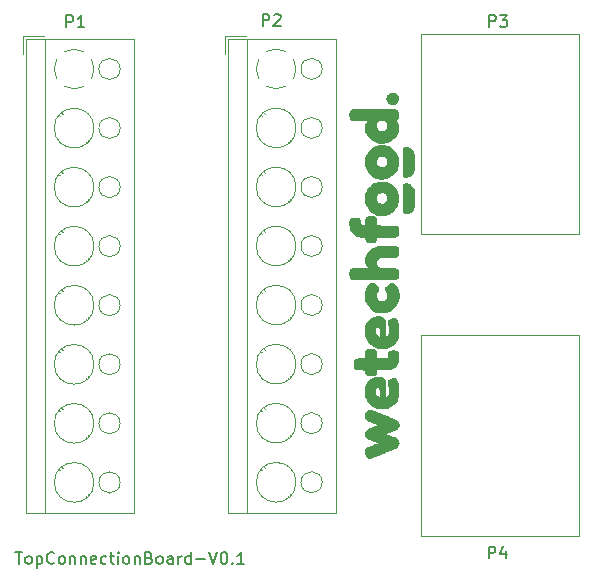
<source format=gto>
%TF.GenerationSoftware,KiCad,Pcbnew,5.1.5+dfsg1-2build2*%
%TF.CreationDate,2021-01-07T13:00:26+01:00*%
%TF.ProjectId,TopConnectionBoard-ConnectorBoard,546f7043-6f6e-46e6-9563-74696f6e426f,rev?*%
%TF.SameCoordinates,Original*%
%TF.FileFunction,Legend,Top*%
%TF.FilePolarity,Positive*%
%FSLAX46Y46*%
G04 Gerber Fmt 4.6, Leading zero omitted, Abs format (unit mm)*
G04 Created by KiCad (PCBNEW 5.1.5+dfsg1-2build2) date 2021-01-07 13:00:26*
%MOMM*%
%LPD*%
G04 APERTURE LIST*
%ADD10C,0.200000*%
%ADD11C,0.010000*%
%ADD12C,0.120000*%
%ADD13C,0.150000*%
G04 APERTURE END LIST*
D10*
X117465104Y-132649980D02*
X118036533Y-132649980D01*
X117750819Y-133649980D02*
X117750819Y-132649980D01*
X118512723Y-133649980D02*
X118417485Y-133602361D01*
X118369866Y-133554742D01*
X118322247Y-133459504D01*
X118322247Y-133173790D01*
X118369866Y-133078552D01*
X118417485Y-133030933D01*
X118512723Y-132983314D01*
X118655580Y-132983314D01*
X118750819Y-133030933D01*
X118798438Y-133078552D01*
X118846057Y-133173790D01*
X118846057Y-133459504D01*
X118798438Y-133554742D01*
X118750819Y-133602361D01*
X118655580Y-133649980D01*
X118512723Y-133649980D01*
X119274628Y-132983314D02*
X119274628Y-133983314D01*
X119274628Y-133030933D02*
X119369866Y-132983314D01*
X119560342Y-132983314D01*
X119655580Y-133030933D01*
X119703200Y-133078552D01*
X119750819Y-133173790D01*
X119750819Y-133459504D01*
X119703200Y-133554742D01*
X119655580Y-133602361D01*
X119560342Y-133649980D01*
X119369866Y-133649980D01*
X119274628Y-133602361D01*
X120750819Y-133554742D02*
X120703200Y-133602361D01*
X120560342Y-133649980D01*
X120465104Y-133649980D01*
X120322247Y-133602361D01*
X120227009Y-133507123D01*
X120179390Y-133411885D01*
X120131771Y-133221409D01*
X120131771Y-133078552D01*
X120179390Y-132888076D01*
X120227009Y-132792838D01*
X120322247Y-132697600D01*
X120465104Y-132649980D01*
X120560342Y-132649980D01*
X120703200Y-132697600D01*
X120750819Y-132745219D01*
X121322247Y-133649980D02*
X121227009Y-133602361D01*
X121179390Y-133554742D01*
X121131771Y-133459504D01*
X121131771Y-133173790D01*
X121179390Y-133078552D01*
X121227009Y-133030933D01*
X121322247Y-132983314D01*
X121465104Y-132983314D01*
X121560342Y-133030933D01*
X121607961Y-133078552D01*
X121655580Y-133173790D01*
X121655580Y-133459504D01*
X121607961Y-133554742D01*
X121560342Y-133602361D01*
X121465104Y-133649980D01*
X121322247Y-133649980D01*
X122084152Y-132983314D02*
X122084152Y-133649980D01*
X122084152Y-133078552D02*
X122131771Y-133030933D01*
X122227009Y-132983314D01*
X122369866Y-132983314D01*
X122465104Y-133030933D01*
X122512723Y-133126171D01*
X122512723Y-133649980D01*
X122988914Y-132983314D02*
X122988914Y-133649980D01*
X122988914Y-133078552D02*
X123036533Y-133030933D01*
X123131771Y-132983314D01*
X123274628Y-132983314D01*
X123369866Y-133030933D01*
X123417485Y-133126171D01*
X123417485Y-133649980D01*
X124274628Y-133602361D02*
X124179390Y-133649980D01*
X123988914Y-133649980D01*
X123893676Y-133602361D01*
X123846057Y-133507123D01*
X123846057Y-133126171D01*
X123893676Y-133030933D01*
X123988914Y-132983314D01*
X124179390Y-132983314D01*
X124274628Y-133030933D01*
X124322247Y-133126171D01*
X124322247Y-133221409D01*
X123846057Y-133316647D01*
X125179390Y-133602361D02*
X125084152Y-133649980D01*
X124893676Y-133649980D01*
X124798438Y-133602361D01*
X124750819Y-133554742D01*
X124703200Y-133459504D01*
X124703200Y-133173790D01*
X124750819Y-133078552D01*
X124798438Y-133030933D01*
X124893676Y-132983314D01*
X125084152Y-132983314D01*
X125179390Y-133030933D01*
X125465104Y-132983314D02*
X125846057Y-132983314D01*
X125607961Y-132649980D02*
X125607961Y-133507123D01*
X125655580Y-133602361D01*
X125750819Y-133649980D01*
X125846057Y-133649980D01*
X126179390Y-133649980D02*
X126179390Y-132983314D01*
X126179390Y-132649980D02*
X126131771Y-132697600D01*
X126179390Y-132745219D01*
X126227009Y-132697600D01*
X126179390Y-132649980D01*
X126179390Y-132745219D01*
X126798438Y-133649980D02*
X126703200Y-133602361D01*
X126655580Y-133554742D01*
X126607961Y-133459504D01*
X126607961Y-133173790D01*
X126655580Y-133078552D01*
X126703200Y-133030933D01*
X126798438Y-132983314D01*
X126941295Y-132983314D01*
X127036533Y-133030933D01*
X127084152Y-133078552D01*
X127131771Y-133173790D01*
X127131771Y-133459504D01*
X127084152Y-133554742D01*
X127036533Y-133602361D01*
X126941295Y-133649980D01*
X126798438Y-133649980D01*
X127560342Y-132983314D02*
X127560342Y-133649980D01*
X127560342Y-133078552D02*
X127607961Y-133030933D01*
X127703200Y-132983314D01*
X127846057Y-132983314D01*
X127941295Y-133030933D01*
X127988914Y-133126171D01*
X127988914Y-133649980D01*
X128798438Y-133126171D02*
X128941295Y-133173790D01*
X128988914Y-133221409D01*
X129036533Y-133316647D01*
X129036533Y-133459504D01*
X128988914Y-133554742D01*
X128941295Y-133602361D01*
X128846057Y-133649980D01*
X128465104Y-133649980D01*
X128465104Y-132649980D01*
X128798438Y-132649980D01*
X128893676Y-132697600D01*
X128941295Y-132745219D01*
X128988914Y-132840457D01*
X128988914Y-132935695D01*
X128941295Y-133030933D01*
X128893676Y-133078552D01*
X128798438Y-133126171D01*
X128465104Y-133126171D01*
X129607961Y-133649980D02*
X129512723Y-133602361D01*
X129465104Y-133554742D01*
X129417485Y-133459504D01*
X129417485Y-133173790D01*
X129465104Y-133078552D01*
X129512723Y-133030933D01*
X129607961Y-132983314D01*
X129750819Y-132983314D01*
X129846057Y-133030933D01*
X129893676Y-133078552D01*
X129941295Y-133173790D01*
X129941295Y-133459504D01*
X129893676Y-133554742D01*
X129846057Y-133602361D01*
X129750819Y-133649980D01*
X129607961Y-133649980D01*
X130798438Y-133649980D02*
X130798438Y-133126171D01*
X130750819Y-133030933D01*
X130655580Y-132983314D01*
X130465104Y-132983314D01*
X130369866Y-133030933D01*
X130798438Y-133602361D02*
X130703200Y-133649980D01*
X130465104Y-133649980D01*
X130369866Y-133602361D01*
X130322247Y-133507123D01*
X130322247Y-133411885D01*
X130369866Y-133316647D01*
X130465104Y-133269028D01*
X130703200Y-133269028D01*
X130798438Y-133221409D01*
X131274628Y-133649980D02*
X131274628Y-132983314D01*
X131274628Y-133173790D02*
X131322247Y-133078552D01*
X131369866Y-133030933D01*
X131465104Y-132983314D01*
X131560342Y-132983314D01*
X132322247Y-133649980D02*
X132322247Y-132649980D01*
X132322247Y-133602361D02*
X132227009Y-133649980D01*
X132036533Y-133649980D01*
X131941295Y-133602361D01*
X131893676Y-133554742D01*
X131846057Y-133459504D01*
X131846057Y-133173790D01*
X131893676Y-133078552D01*
X131941295Y-133030933D01*
X132036533Y-132983314D01*
X132227009Y-132983314D01*
X132322247Y-133030933D01*
X132798438Y-133269028D02*
X133560342Y-133269028D01*
X133893676Y-132649980D02*
X134227009Y-133649980D01*
X134560342Y-132649980D01*
X135084152Y-132649980D02*
X135179390Y-132649980D01*
X135274628Y-132697600D01*
X135322247Y-132745219D01*
X135369866Y-132840457D01*
X135417485Y-133030933D01*
X135417485Y-133269028D01*
X135369866Y-133459504D01*
X135322247Y-133554742D01*
X135274628Y-133602361D01*
X135179390Y-133649980D01*
X135084152Y-133649980D01*
X134988914Y-133602361D01*
X134941295Y-133554742D01*
X134893676Y-133459504D01*
X134846057Y-133269028D01*
X134846057Y-133030933D01*
X134893676Y-132840457D01*
X134941295Y-132745219D01*
X134988914Y-132697600D01*
X135084152Y-132649980D01*
X135846057Y-133554742D02*
X135893676Y-133602361D01*
X135846057Y-133649980D01*
X135798438Y-133602361D01*
X135846057Y-133554742D01*
X135846057Y-133649980D01*
X136846057Y-133649980D02*
X136274628Y-133649980D01*
X136560342Y-133649980D02*
X136560342Y-132649980D01*
X136465104Y-132792838D01*
X136369866Y-132888076D01*
X136274628Y-132935695D01*
D11*
G36*
X148895822Y-94137628D02*
G01*
X148927948Y-94037211D01*
X148960765Y-93976158D01*
X149008417Y-93918755D01*
X149073627Y-93863325D01*
X149148778Y-93815180D01*
X149226248Y-93779632D01*
X149256306Y-93770096D01*
X149361778Y-93754139D01*
X149466746Y-93761758D01*
X149567532Y-93791327D01*
X149660461Y-93841222D01*
X149741858Y-93909816D01*
X149808046Y-93995485D01*
X149822321Y-94020375D01*
X149843129Y-94061570D01*
X149856254Y-94096476D01*
X149863743Y-94133879D01*
X149867642Y-94182566D01*
X149869125Y-94221300D01*
X149869340Y-94295955D01*
X149864172Y-94352278D01*
X149852992Y-94396887D01*
X149852226Y-94399032D01*
X149808268Y-94487322D01*
X149744613Y-94570304D01*
X149666953Y-94641877D01*
X149580978Y-94695938D01*
X149570818Y-94700755D01*
X149482670Y-94729205D01*
X149385582Y-94740607D01*
X149289985Y-94734190D01*
X149247838Y-94724598D01*
X149176355Y-94695919D01*
X149102549Y-94653019D01*
X149035092Y-94601796D01*
X148982658Y-94548145D01*
X148976510Y-94540097D01*
X148925240Y-94449413D01*
X148894608Y-94348755D01*
X148884756Y-94243152D01*
X148895822Y-94137628D01*
G37*
X148895822Y-94137628D02*
X148927948Y-94037211D01*
X148960765Y-93976158D01*
X149008417Y-93918755D01*
X149073627Y-93863325D01*
X149148778Y-93815180D01*
X149226248Y-93779632D01*
X149256306Y-93770096D01*
X149361778Y-93754139D01*
X149466746Y-93761758D01*
X149567532Y-93791327D01*
X149660461Y-93841222D01*
X149741858Y-93909816D01*
X149808046Y-93995485D01*
X149822321Y-94020375D01*
X149843129Y-94061570D01*
X149856254Y-94096476D01*
X149863743Y-94133879D01*
X149867642Y-94182566D01*
X149869125Y-94221300D01*
X149869340Y-94295955D01*
X149864172Y-94352278D01*
X149852992Y-94396887D01*
X149852226Y-94399032D01*
X149808268Y-94487322D01*
X149744613Y-94570304D01*
X149666953Y-94641877D01*
X149580978Y-94695938D01*
X149570818Y-94700755D01*
X149482670Y-94729205D01*
X149385582Y-94740607D01*
X149289985Y-94734190D01*
X149247838Y-94724598D01*
X149176355Y-94695919D01*
X149102549Y-94653019D01*
X149035092Y-94601796D01*
X148982658Y-94548145D01*
X148976510Y-94540097D01*
X148925240Y-94449413D01*
X148894608Y-94348755D01*
X148884756Y-94243152D01*
X148895822Y-94137628D01*
G36*
X147072299Y-99499649D02*
G01*
X147097378Y-99321197D01*
X147145505Y-99146234D01*
X147216671Y-98977103D01*
X147297833Y-98835745D01*
X147411602Y-98683188D01*
X147541025Y-98548859D01*
X147684322Y-98434079D01*
X147839713Y-98340172D01*
X148005417Y-98268459D01*
X148101956Y-98238512D01*
X148148261Y-98226612D01*
X148188887Y-98217865D01*
X148229170Y-98211788D01*
X148274443Y-98207893D01*
X148330041Y-98205694D01*
X148401299Y-98204706D01*
X148475700Y-98204457D01*
X148563813Y-98204610D01*
X148631796Y-98205605D01*
X148684913Y-98207910D01*
X148728432Y-98211990D01*
X148767616Y-98218313D01*
X148807734Y-98227346D01*
X148845518Y-98237237D01*
X149013911Y-98295461D01*
X149174880Y-98375925D01*
X149325481Y-98476241D01*
X149462765Y-98594021D01*
X149583786Y-98726874D01*
X149685598Y-98872413D01*
X149731620Y-98955575D01*
X149795720Y-99106557D01*
X149843222Y-99269537D01*
X149873222Y-99438536D01*
X149884816Y-99607576D01*
X149877097Y-99770678D01*
X149866261Y-99845135D01*
X149820584Y-100026898D01*
X149751355Y-100201478D01*
X149660032Y-100366130D01*
X149548071Y-100518109D01*
X149456271Y-100617386D01*
X149385046Y-100681628D01*
X149301652Y-100747442D01*
X149213193Y-100809847D01*
X149126771Y-100863862D01*
X149049490Y-100904505D01*
X149042168Y-100907806D01*
X148882675Y-100965363D01*
X148713217Y-101002689D01*
X148538087Y-101019866D01*
X148475700Y-101018845D01*
X148475700Y-100056673D01*
X148534207Y-100055414D01*
X148577906Y-100050193D01*
X148617323Y-100038845D01*
X148662986Y-100019204D01*
X148666984Y-100017323D01*
X148763393Y-99958758D01*
X148844422Y-99882773D01*
X148907161Y-99792839D01*
X148948702Y-99692426D01*
X148953105Y-99675950D01*
X148965533Y-99616757D01*
X148969153Y-99567132D01*
X148964300Y-99513877D01*
X148958110Y-99478103D01*
X148926355Y-99376966D01*
X148872448Y-99285965D01*
X148798507Y-99207736D01*
X148706650Y-99144917D01*
X148679684Y-99131239D01*
X148636799Y-99112153D01*
X148600653Y-99100410D01*
X148562253Y-99094268D01*
X148512611Y-99091989D01*
X148475700Y-99091750D01*
X148416708Y-99092477D01*
X148374272Y-99095880D01*
X148339559Y-99103794D01*
X148303740Y-99118053D01*
X148269834Y-99134518D01*
X148184192Y-99188286D01*
X148109513Y-99256251D01*
X148050960Y-99333010D01*
X148019391Y-99396600D01*
X148005205Y-99438962D01*
X147997156Y-99478467D01*
X147994149Y-99524118D01*
X147995090Y-99584919D01*
X147995422Y-99593824D01*
X147999213Y-99658124D01*
X148005925Y-99705859D01*
X148017366Y-99745841D01*
X148034867Y-99785905D01*
X148085460Y-99863676D01*
X148156002Y-99934959D01*
X148241085Y-99994719D01*
X148282363Y-100016363D01*
X148329720Y-100037157D01*
X148369387Y-100049329D01*
X148411976Y-100055093D01*
X148468103Y-100056662D01*
X148475700Y-100056673D01*
X148475700Y-101018845D01*
X148361577Y-101016975D01*
X148187978Y-100994099D01*
X148021581Y-100951319D01*
X147866680Y-100888717D01*
X147859750Y-100885286D01*
X147703411Y-100793008D01*
X147558949Y-100678310D01*
X147426445Y-100541270D01*
X147305985Y-100381964D01*
X147292886Y-100362187D01*
X147202613Y-100201456D01*
X147135425Y-100032492D01*
X147091315Y-99857640D01*
X147070276Y-99679244D01*
X147072299Y-99499649D01*
G37*
X147072299Y-99499649D02*
X147097378Y-99321197D01*
X147145505Y-99146234D01*
X147216671Y-98977103D01*
X147297833Y-98835745D01*
X147411602Y-98683188D01*
X147541025Y-98548859D01*
X147684322Y-98434079D01*
X147839713Y-98340172D01*
X148005417Y-98268459D01*
X148101956Y-98238512D01*
X148148261Y-98226612D01*
X148188887Y-98217865D01*
X148229170Y-98211788D01*
X148274443Y-98207893D01*
X148330041Y-98205694D01*
X148401299Y-98204706D01*
X148475700Y-98204457D01*
X148563813Y-98204610D01*
X148631796Y-98205605D01*
X148684913Y-98207910D01*
X148728432Y-98211990D01*
X148767616Y-98218313D01*
X148807734Y-98227346D01*
X148845518Y-98237237D01*
X149013911Y-98295461D01*
X149174880Y-98375925D01*
X149325481Y-98476241D01*
X149462765Y-98594021D01*
X149583786Y-98726874D01*
X149685598Y-98872413D01*
X149731620Y-98955575D01*
X149795720Y-99106557D01*
X149843222Y-99269537D01*
X149873222Y-99438536D01*
X149884816Y-99607576D01*
X149877097Y-99770678D01*
X149866261Y-99845135D01*
X149820584Y-100026898D01*
X149751355Y-100201478D01*
X149660032Y-100366130D01*
X149548071Y-100518109D01*
X149456271Y-100617386D01*
X149385046Y-100681628D01*
X149301652Y-100747442D01*
X149213193Y-100809847D01*
X149126771Y-100863862D01*
X149049490Y-100904505D01*
X149042168Y-100907806D01*
X148882675Y-100965363D01*
X148713217Y-101002689D01*
X148538087Y-101019866D01*
X148475700Y-101018845D01*
X148475700Y-100056673D01*
X148534207Y-100055414D01*
X148577906Y-100050193D01*
X148617323Y-100038845D01*
X148662986Y-100019204D01*
X148666984Y-100017323D01*
X148763393Y-99958758D01*
X148844422Y-99882773D01*
X148907161Y-99792839D01*
X148948702Y-99692426D01*
X148953105Y-99675950D01*
X148965533Y-99616757D01*
X148969153Y-99567132D01*
X148964300Y-99513877D01*
X148958110Y-99478103D01*
X148926355Y-99376966D01*
X148872448Y-99285965D01*
X148798507Y-99207736D01*
X148706650Y-99144917D01*
X148679684Y-99131239D01*
X148636799Y-99112153D01*
X148600653Y-99100410D01*
X148562253Y-99094268D01*
X148512611Y-99091989D01*
X148475700Y-99091750D01*
X148416708Y-99092477D01*
X148374272Y-99095880D01*
X148339559Y-99103794D01*
X148303740Y-99118053D01*
X148269834Y-99134518D01*
X148184192Y-99188286D01*
X148109513Y-99256251D01*
X148050960Y-99333010D01*
X148019391Y-99396600D01*
X148005205Y-99438962D01*
X147997156Y-99478467D01*
X147994149Y-99524118D01*
X147995090Y-99584919D01*
X147995422Y-99593824D01*
X147999213Y-99658124D01*
X148005925Y-99705859D01*
X148017366Y-99745841D01*
X148034867Y-99785905D01*
X148085460Y-99863676D01*
X148156002Y-99934959D01*
X148241085Y-99994719D01*
X148282363Y-100016363D01*
X148329720Y-100037157D01*
X148369387Y-100049329D01*
X148411976Y-100055093D01*
X148468103Y-100056662D01*
X148475700Y-100056673D01*
X148475700Y-101018845D01*
X148361577Y-101016975D01*
X148187978Y-100994099D01*
X148021581Y-100951319D01*
X147866680Y-100888717D01*
X147859750Y-100885286D01*
X147703411Y-100793008D01*
X147558949Y-100678310D01*
X147426445Y-100541270D01*
X147305985Y-100381964D01*
X147292886Y-100362187D01*
X147202613Y-100201456D01*
X147135425Y-100032492D01*
X147091315Y-99857640D01*
X147070276Y-99679244D01*
X147072299Y-99499649D01*
G36*
X147080115Y-102519264D02*
G01*
X147111478Y-102345959D01*
X147162784Y-102181096D01*
X147212011Y-102069900D01*
X147280183Y-101952314D01*
X147365250Y-101832595D01*
X147460902Y-101718946D01*
X147553259Y-101626402D01*
X147693320Y-101515709D01*
X147846727Y-101425889D01*
X148011628Y-101357463D01*
X148186171Y-101310954D01*
X148368505Y-101286883D01*
X148556777Y-101285771D01*
X148707494Y-101301318D01*
X148884563Y-101340564D01*
X149053539Y-101402763D01*
X149212389Y-101486202D01*
X149359080Y-101589167D01*
X149491580Y-101709947D01*
X149607855Y-101846827D01*
X149705874Y-101998094D01*
X149783602Y-102162035D01*
X149807867Y-102228706D01*
X149852642Y-102395830D01*
X149878317Y-102568823D01*
X149884374Y-102741271D01*
X149870294Y-102906754D01*
X149865120Y-102937879D01*
X149819824Y-103118392D01*
X149751423Y-103290704D01*
X149661449Y-103452791D01*
X149551435Y-103602631D01*
X149422912Y-103738201D01*
X149277413Y-103857476D01*
X149116470Y-103958436D01*
X149076261Y-103979441D01*
X148929992Y-104039842D01*
X148770646Y-104081857D01*
X148602840Y-104105325D01*
X148496860Y-104108263D01*
X148496860Y-103147497D01*
X148598838Y-103130807D01*
X148697640Y-103090767D01*
X148790412Y-103027240D01*
X148802972Y-103016270D01*
X148855921Y-102957977D01*
X148903660Y-102886049D01*
X148940443Y-102810239D01*
X148958245Y-102752753D01*
X148965641Y-102674090D01*
X148959097Y-102586760D01*
X148939959Y-102502379D01*
X148924365Y-102461010D01*
X148884014Y-102393731D01*
X148825992Y-102326611D01*
X148757171Y-102266358D01*
X148684419Y-102219678D01*
X148669771Y-102212454D01*
X148628262Y-102195002D01*
X148590011Y-102184604D01*
X148545653Y-102179548D01*
X148485822Y-102178121D01*
X148482050Y-102178113D01*
X148423106Y-102179041D01*
X148379793Y-102183297D01*
X148342376Y-102192845D01*
X148301121Y-102209645D01*
X148282363Y-102218363D01*
X148192052Y-102271747D01*
X148114036Y-102339009D01*
X148053687Y-102415145D01*
X148034529Y-102449319D01*
X148018748Y-102483764D01*
X148008541Y-102514643D01*
X148002716Y-102549125D01*
X148000083Y-102594381D01*
X147999450Y-102657581D01*
X147999450Y-102660450D01*
X148002175Y-102746172D01*
X148011985Y-102813816D01*
X148031329Y-102870278D01*
X148062657Y-102922455D01*
X148108418Y-102977241D01*
X148114199Y-102983468D01*
X148200374Y-103058822D01*
X148294776Y-103111369D01*
X148394555Y-103140973D01*
X148496860Y-103147497D01*
X148496860Y-104108263D01*
X148431191Y-104110084D01*
X148260314Y-104095973D01*
X148094827Y-104062831D01*
X147959052Y-104018479D01*
X147804708Y-103944431D01*
X147658765Y-103848468D01*
X147523628Y-103733358D01*
X147401697Y-103601867D01*
X147295375Y-103456763D01*
X147207066Y-103300812D01*
X147139171Y-103136780D01*
X147110722Y-103041491D01*
X147079233Y-102871865D01*
X147069198Y-102696178D01*
X147080115Y-102519264D01*
G37*
X147080115Y-102519264D02*
X147111478Y-102345959D01*
X147162784Y-102181096D01*
X147212011Y-102069900D01*
X147280183Y-101952314D01*
X147365250Y-101832595D01*
X147460902Y-101718946D01*
X147553259Y-101626402D01*
X147693320Y-101515709D01*
X147846727Y-101425889D01*
X148011628Y-101357463D01*
X148186171Y-101310954D01*
X148368505Y-101286883D01*
X148556777Y-101285771D01*
X148707494Y-101301318D01*
X148884563Y-101340564D01*
X149053539Y-101402763D01*
X149212389Y-101486202D01*
X149359080Y-101589167D01*
X149491580Y-101709947D01*
X149607855Y-101846827D01*
X149705874Y-101998094D01*
X149783602Y-102162035D01*
X149807867Y-102228706D01*
X149852642Y-102395830D01*
X149878317Y-102568823D01*
X149884374Y-102741271D01*
X149870294Y-102906754D01*
X149865120Y-102937879D01*
X149819824Y-103118392D01*
X149751423Y-103290704D01*
X149661449Y-103452791D01*
X149551435Y-103602631D01*
X149422912Y-103738201D01*
X149277413Y-103857476D01*
X149116470Y-103958436D01*
X149076261Y-103979441D01*
X148929992Y-104039842D01*
X148770646Y-104081857D01*
X148602840Y-104105325D01*
X148496860Y-104108263D01*
X148496860Y-103147497D01*
X148598838Y-103130807D01*
X148697640Y-103090767D01*
X148790412Y-103027240D01*
X148802972Y-103016270D01*
X148855921Y-102957977D01*
X148903660Y-102886049D01*
X148940443Y-102810239D01*
X148958245Y-102752753D01*
X148965641Y-102674090D01*
X148959097Y-102586760D01*
X148939959Y-102502379D01*
X148924365Y-102461010D01*
X148884014Y-102393731D01*
X148825992Y-102326611D01*
X148757171Y-102266358D01*
X148684419Y-102219678D01*
X148669771Y-102212454D01*
X148628262Y-102195002D01*
X148590011Y-102184604D01*
X148545653Y-102179548D01*
X148485822Y-102178121D01*
X148482050Y-102178113D01*
X148423106Y-102179041D01*
X148379793Y-102183297D01*
X148342376Y-102192845D01*
X148301121Y-102209645D01*
X148282363Y-102218363D01*
X148192052Y-102271747D01*
X148114036Y-102339009D01*
X148053687Y-102415145D01*
X148034529Y-102449319D01*
X148018748Y-102483764D01*
X148008541Y-102514643D01*
X148002716Y-102549125D01*
X148000083Y-102594381D01*
X147999450Y-102657581D01*
X147999450Y-102660450D01*
X148002175Y-102746172D01*
X148011985Y-102813816D01*
X148031329Y-102870278D01*
X148062657Y-102922455D01*
X148108418Y-102977241D01*
X148114199Y-102983468D01*
X148200374Y-103058822D01*
X148294776Y-103111369D01*
X148394555Y-103140973D01*
X148496860Y-103147497D01*
X148496860Y-104108263D01*
X148431191Y-104110084D01*
X148260314Y-104095973D01*
X148094827Y-104062831D01*
X147959052Y-104018479D01*
X147804708Y-103944431D01*
X147658765Y-103848468D01*
X147523628Y-103733358D01*
X147401697Y-103601867D01*
X147295375Y-103456763D01*
X147207066Y-103300812D01*
X147139171Y-103136780D01*
X147110722Y-103041491D01*
X147079233Y-102871865D01*
X147069198Y-102696178D01*
X147080115Y-102519264D01*
G36*
X145757784Y-95492323D02*
G01*
X145771937Y-95399746D01*
X145792420Y-95328027D01*
X145821754Y-95272910D01*
X145862462Y-95230140D01*
X145917066Y-95195461D01*
X145940368Y-95184247D01*
X146005550Y-95154750D01*
X149637750Y-95154750D01*
X149711158Y-95190797D01*
X149758812Y-95217743D01*
X149791714Y-95247284D01*
X149819701Y-95288376D01*
X149821167Y-95290929D01*
X149849400Y-95356865D01*
X149871116Y-95441084D01*
X149885449Y-95537104D01*
X149891535Y-95638444D01*
X149888509Y-95738623D01*
X149885255Y-95771238D01*
X149875153Y-95826662D01*
X149859541Y-95882369D01*
X149847042Y-95914461D01*
X149815014Y-95966002D01*
X149771960Y-96013314D01*
X149724781Y-96049972D01*
X149680463Y-96069532D01*
X149643605Y-96077627D01*
X149707411Y-96157813D01*
X149784270Y-96272945D01*
X149839172Y-96398220D01*
X149872657Y-96535291D01*
X149885264Y-96685813D01*
X149885400Y-96704150D01*
X149872878Y-96867092D01*
X149835576Y-97025851D01*
X149773886Y-97179633D01*
X149688198Y-97327645D01*
X149578907Y-97469092D01*
X149446402Y-97603182D01*
X149437300Y-97611353D01*
X149282861Y-97733299D01*
X149119721Y-97831453D01*
X148947500Y-97906022D01*
X148830966Y-97941822D01*
X148747210Y-97958560D01*
X148646794Y-97970621D01*
X148538095Y-97977609D01*
X148475594Y-97978482D01*
X148475594Y-97008950D01*
X148535036Y-97008192D01*
X148577933Y-97004725D01*
X148613125Y-96996764D01*
X148649450Y-96982520D01*
X148681273Y-96967369D01*
X148769075Y-96911768D01*
X148845161Y-96839126D01*
X148905569Y-96754428D01*
X148946339Y-96662658D01*
X148957314Y-96619927D01*
X148967394Y-96552444D01*
X148967291Y-96493882D01*
X148956750Y-96429785D01*
X148953721Y-96416528D01*
X148917446Y-96316397D01*
X148859063Y-96227639D01*
X148779876Y-96151773D01*
X148681187Y-96090315D01*
X148668481Y-96084162D01*
X148619619Y-96062879D01*
X148578830Y-96050874D01*
X148534629Y-96045734D01*
X148482050Y-96044984D01*
X148376823Y-96054968D01*
X148283099Y-96084742D01*
X148193887Y-96136687D01*
X148177815Y-96148540D01*
X148100093Y-96218560D01*
X148044820Y-96294967D01*
X148010455Y-96381212D01*
X147995458Y-96480745D01*
X147995491Y-96556852D01*
X148011799Y-96667860D01*
X148049388Y-96765133D01*
X148108477Y-96848999D01*
X148189287Y-96919785D01*
X148271593Y-96968143D01*
X148313540Y-96987675D01*
X148348421Y-96999761D01*
X148385019Y-97006158D01*
X148432121Y-97008623D01*
X148475594Y-97008950D01*
X148475594Y-97978482D01*
X148429491Y-97979126D01*
X148329360Y-97974773D01*
X148271356Y-97968399D01*
X148094023Y-97930482D01*
X147925410Y-97869635D01*
X147764638Y-97785387D01*
X147610828Y-97677266D01*
X147463104Y-97544800D01*
X147441007Y-97522380D01*
X147324009Y-97390020D01*
X147231143Y-97258046D01*
X147161304Y-97123961D01*
X147113387Y-96985267D01*
X147086290Y-96839465D01*
X147078788Y-96703007D01*
X147085959Y-96564502D01*
X147108530Y-96443374D01*
X147147809Y-96335870D01*
X147205107Y-96238235D01*
X147267392Y-96161887D01*
X147335435Y-96088200D01*
X146680494Y-96088200D01*
X146534573Y-96088173D01*
X146411773Y-96088032D01*
X146309815Y-96087694D01*
X146226421Y-96087072D01*
X146159311Y-96086081D01*
X146106207Y-96084636D01*
X146064830Y-96082651D01*
X146032901Y-96080040D01*
X146008141Y-96076718D01*
X145988271Y-96072600D01*
X145971013Y-96067601D01*
X145954088Y-96061634D01*
X145952051Y-96060878D01*
X145904306Y-96038565D01*
X145860377Y-96010492D01*
X145839296Y-95992267D01*
X145805588Y-95941614D01*
X145779246Y-95870605D01*
X145760947Y-95783388D01*
X145751367Y-95684109D01*
X145751182Y-95576916D01*
X145757784Y-95492323D01*
G37*
X145757784Y-95492323D02*
X145771937Y-95399746D01*
X145792420Y-95328027D01*
X145821754Y-95272910D01*
X145862462Y-95230140D01*
X145917066Y-95195461D01*
X145940368Y-95184247D01*
X146005550Y-95154750D01*
X149637750Y-95154750D01*
X149711158Y-95190797D01*
X149758812Y-95217743D01*
X149791714Y-95247284D01*
X149819701Y-95288376D01*
X149821167Y-95290929D01*
X149849400Y-95356865D01*
X149871116Y-95441084D01*
X149885449Y-95537104D01*
X149891535Y-95638444D01*
X149888509Y-95738623D01*
X149885255Y-95771238D01*
X149875153Y-95826662D01*
X149859541Y-95882369D01*
X149847042Y-95914461D01*
X149815014Y-95966002D01*
X149771960Y-96013314D01*
X149724781Y-96049972D01*
X149680463Y-96069532D01*
X149643605Y-96077627D01*
X149707411Y-96157813D01*
X149784270Y-96272945D01*
X149839172Y-96398220D01*
X149872657Y-96535291D01*
X149885264Y-96685813D01*
X149885400Y-96704150D01*
X149872878Y-96867092D01*
X149835576Y-97025851D01*
X149773886Y-97179633D01*
X149688198Y-97327645D01*
X149578907Y-97469092D01*
X149446402Y-97603182D01*
X149437300Y-97611353D01*
X149282861Y-97733299D01*
X149119721Y-97831453D01*
X148947500Y-97906022D01*
X148830966Y-97941822D01*
X148747210Y-97958560D01*
X148646794Y-97970621D01*
X148538095Y-97977609D01*
X148475594Y-97978482D01*
X148475594Y-97008950D01*
X148535036Y-97008192D01*
X148577933Y-97004725D01*
X148613125Y-96996764D01*
X148649450Y-96982520D01*
X148681273Y-96967369D01*
X148769075Y-96911768D01*
X148845161Y-96839126D01*
X148905569Y-96754428D01*
X148946339Y-96662658D01*
X148957314Y-96619927D01*
X148967394Y-96552444D01*
X148967291Y-96493882D01*
X148956750Y-96429785D01*
X148953721Y-96416528D01*
X148917446Y-96316397D01*
X148859063Y-96227639D01*
X148779876Y-96151773D01*
X148681187Y-96090315D01*
X148668481Y-96084162D01*
X148619619Y-96062879D01*
X148578830Y-96050874D01*
X148534629Y-96045734D01*
X148482050Y-96044984D01*
X148376823Y-96054968D01*
X148283099Y-96084742D01*
X148193887Y-96136687D01*
X148177815Y-96148540D01*
X148100093Y-96218560D01*
X148044820Y-96294967D01*
X148010455Y-96381212D01*
X147995458Y-96480745D01*
X147995491Y-96556852D01*
X148011799Y-96667860D01*
X148049388Y-96765133D01*
X148108477Y-96848999D01*
X148189287Y-96919785D01*
X148271593Y-96968143D01*
X148313540Y-96987675D01*
X148348421Y-96999761D01*
X148385019Y-97006158D01*
X148432121Y-97008623D01*
X148475594Y-97008950D01*
X148475594Y-97978482D01*
X148429491Y-97979126D01*
X148329360Y-97974773D01*
X148271356Y-97968399D01*
X148094023Y-97930482D01*
X147925410Y-97869635D01*
X147764638Y-97785387D01*
X147610828Y-97677266D01*
X147463104Y-97544800D01*
X147441007Y-97522380D01*
X147324009Y-97390020D01*
X147231143Y-97258046D01*
X147161304Y-97123961D01*
X147113387Y-96985267D01*
X147086290Y-96839465D01*
X147078788Y-96703007D01*
X147085959Y-96564502D01*
X147108530Y-96443374D01*
X147147809Y-96335870D01*
X147205107Y-96238235D01*
X147267392Y-96161887D01*
X147335435Y-96088200D01*
X146680494Y-96088200D01*
X146534573Y-96088173D01*
X146411773Y-96088032D01*
X146309815Y-96087694D01*
X146226421Y-96087072D01*
X146159311Y-96086081D01*
X146106207Y-96084636D01*
X146064830Y-96082651D01*
X146032901Y-96080040D01*
X146008141Y-96076718D01*
X145988271Y-96072600D01*
X145971013Y-96067601D01*
X145954088Y-96061634D01*
X145952051Y-96060878D01*
X145904306Y-96038565D01*
X145860377Y-96010492D01*
X145839296Y-95992267D01*
X145805588Y-95941614D01*
X145779246Y-95870605D01*
X145760947Y-95783388D01*
X145751367Y-95684109D01*
X145751182Y-95576916D01*
X145757784Y-95492323D01*
G36*
X145747449Y-104741857D02*
G01*
X145749564Y-104667449D01*
X145752215Y-104613135D01*
X145756221Y-104573609D01*
X145762400Y-104543565D01*
X145771572Y-104517699D01*
X145784556Y-104490705D01*
X145786934Y-104486134D01*
X145821728Y-104433528D01*
X145862485Y-104392955D01*
X145870120Y-104387519D01*
X145933329Y-104357282D01*
X146014590Y-104335719D01*
X146108079Y-104322842D01*
X146207973Y-104318659D01*
X146308448Y-104323181D01*
X146403680Y-104336419D01*
X146487845Y-104358382D01*
X146550556Y-104386338D01*
X146603372Y-104430512D01*
X146640163Y-104484443D01*
X146655169Y-104513882D01*
X146665777Y-104541517D01*
X146673059Y-104573139D01*
X146678089Y-104614536D01*
X146681942Y-104671498D01*
X146684504Y-104723519D01*
X146689513Y-104812346D01*
X146697323Y-104878963D01*
X146711024Y-104926561D01*
X146733704Y-104958328D01*
X146768453Y-104977452D01*
X146818359Y-104987125D01*
X146886513Y-104990533D01*
X146943498Y-104990900D01*
X147107444Y-104990900D01*
X147099553Y-104936925D01*
X147092185Y-104872681D01*
X147086680Y-104797030D01*
X147083143Y-104716011D01*
X147081678Y-104635664D01*
X147082389Y-104562027D01*
X147085381Y-104501141D01*
X147090758Y-104459044D01*
X147091255Y-104456835D01*
X147121655Y-104363692D01*
X147164551Y-104291884D01*
X147221161Y-104239982D01*
X147292704Y-104206562D01*
X147309097Y-104201923D01*
X147363227Y-104192457D01*
X147433572Y-104186486D01*
X147513416Y-104183925D01*
X147596041Y-104184689D01*
X147674730Y-104188693D01*
X147742766Y-104195852D01*
X147793433Y-104206083D01*
X147799819Y-104208115D01*
X147862557Y-104234942D01*
X147913095Y-104269455D01*
X147952382Y-104314122D01*
X147981364Y-104371411D01*
X148000991Y-104443789D01*
X148012208Y-104533724D01*
X148015965Y-104643683D01*
X148013638Y-104764865D01*
X148005347Y-104989679D01*
X148815198Y-104993465D01*
X149625050Y-104997250D01*
X149697087Y-105026369D01*
X149766832Y-105065102D01*
X149824411Y-105117791D01*
X149864254Y-105178864D01*
X149873465Y-105202727D01*
X149878677Y-105231415D01*
X149883499Y-105279401D01*
X149887716Y-105340810D01*
X149891114Y-105409767D01*
X149893478Y-105480398D01*
X149894591Y-105546828D01*
X149894240Y-105603183D01*
X149892209Y-105643589D01*
X149890115Y-105657650D01*
X149864588Y-105740896D01*
X149832856Y-105804044D01*
X149790993Y-105852295D01*
X149735074Y-105890850D01*
X149701250Y-105907825D01*
X149637750Y-105937050D01*
X148008508Y-105944446D01*
X148003709Y-106086798D01*
X147997033Y-106180329D01*
X147982438Y-106252836D01*
X147957421Y-106308111D01*
X147919482Y-106349945D01*
X147866119Y-106382130D01*
X147794832Y-106408457D01*
X147790697Y-106409704D01*
X147737705Y-106420426D01*
X147667784Y-106427413D01*
X147588233Y-106430668D01*
X147506352Y-106430194D01*
X147429438Y-106425993D01*
X147364792Y-106418068D01*
X147328289Y-106409534D01*
X147243924Y-106371748D01*
X147178238Y-106319588D01*
X147141568Y-106270251D01*
X147127072Y-106240892D01*
X147117408Y-106209433D01*
X147111309Y-106169108D01*
X147107509Y-106113153D01*
X147106229Y-106081580D01*
X147101403Y-105946709D01*
X146870976Y-105940108D01*
X146783445Y-105937189D01*
X146715703Y-105933682D01*
X146662136Y-105928934D01*
X146617135Y-105922291D01*
X146575086Y-105913097D01*
X146530379Y-105900699D01*
X146528695Y-105900198D01*
X146377379Y-105843434D01*
X146237391Y-105767608D01*
X146111059Y-105674874D01*
X146000708Y-105567382D01*
X145908668Y-105447286D01*
X145837264Y-105316736D01*
X145803876Y-105229945D01*
X145777113Y-105133741D01*
X145759117Y-105034529D01*
X145749160Y-104926013D01*
X145746513Y-104801897D01*
X145747449Y-104741857D01*
G37*
X145747449Y-104741857D02*
X145749564Y-104667449D01*
X145752215Y-104613135D01*
X145756221Y-104573609D01*
X145762400Y-104543565D01*
X145771572Y-104517699D01*
X145784556Y-104490705D01*
X145786934Y-104486134D01*
X145821728Y-104433528D01*
X145862485Y-104392955D01*
X145870120Y-104387519D01*
X145933329Y-104357282D01*
X146014590Y-104335719D01*
X146108079Y-104322842D01*
X146207973Y-104318659D01*
X146308448Y-104323181D01*
X146403680Y-104336419D01*
X146487845Y-104358382D01*
X146550556Y-104386338D01*
X146603372Y-104430512D01*
X146640163Y-104484443D01*
X146655169Y-104513882D01*
X146665777Y-104541517D01*
X146673059Y-104573139D01*
X146678089Y-104614536D01*
X146681942Y-104671498D01*
X146684504Y-104723519D01*
X146689513Y-104812346D01*
X146697323Y-104878963D01*
X146711024Y-104926561D01*
X146733704Y-104958328D01*
X146768453Y-104977452D01*
X146818359Y-104987125D01*
X146886513Y-104990533D01*
X146943498Y-104990900D01*
X147107444Y-104990900D01*
X147099553Y-104936925D01*
X147092185Y-104872681D01*
X147086680Y-104797030D01*
X147083143Y-104716011D01*
X147081678Y-104635664D01*
X147082389Y-104562027D01*
X147085381Y-104501141D01*
X147090758Y-104459044D01*
X147091255Y-104456835D01*
X147121655Y-104363692D01*
X147164551Y-104291884D01*
X147221161Y-104239982D01*
X147292704Y-104206562D01*
X147309097Y-104201923D01*
X147363227Y-104192457D01*
X147433572Y-104186486D01*
X147513416Y-104183925D01*
X147596041Y-104184689D01*
X147674730Y-104188693D01*
X147742766Y-104195852D01*
X147793433Y-104206083D01*
X147799819Y-104208115D01*
X147862557Y-104234942D01*
X147913095Y-104269455D01*
X147952382Y-104314122D01*
X147981364Y-104371411D01*
X148000991Y-104443789D01*
X148012208Y-104533724D01*
X148015965Y-104643683D01*
X148013638Y-104764865D01*
X148005347Y-104989679D01*
X148815198Y-104993465D01*
X149625050Y-104997250D01*
X149697087Y-105026369D01*
X149766832Y-105065102D01*
X149824411Y-105117791D01*
X149864254Y-105178864D01*
X149873465Y-105202727D01*
X149878677Y-105231415D01*
X149883499Y-105279401D01*
X149887716Y-105340810D01*
X149891114Y-105409767D01*
X149893478Y-105480398D01*
X149894591Y-105546828D01*
X149894240Y-105603183D01*
X149892209Y-105643589D01*
X149890115Y-105657650D01*
X149864588Y-105740896D01*
X149832856Y-105804044D01*
X149790993Y-105852295D01*
X149735074Y-105890850D01*
X149701250Y-105907825D01*
X149637750Y-105937050D01*
X148008508Y-105944446D01*
X148003709Y-106086798D01*
X147997033Y-106180329D01*
X147982438Y-106252836D01*
X147957421Y-106308111D01*
X147919482Y-106349945D01*
X147866119Y-106382130D01*
X147794832Y-106408457D01*
X147790697Y-106409704D01*
X147737705Y-106420426D01*
X147667784Y-106427413D01*
X147588233Y-106430668D01*
X147506352Y-106430194D01*
X147429438Y-106425993D01*
X147364792Y-106418068D01*
X147328289Y-106409534D01*
X147243924Y-106371748D01*
X147178238Y-106319588D01*
X147141568Y-106270251D01*
X147127072Y-106240892D01*
X147117408Y-106209433D01*
X147111309Y-106169108D01*
X147107509Y-106113153D01*
X147106229Y-106081580D01*
X147101403Y-105946709D01*
X146870976Y-105940108D01*
X146783445Y-105937189D01*
X146715703Y-105933682D01*
X146662136Y-105928934D01*
X146617135Y-105922291D01*
X146575086Y-105913097D01*
X146530379Y-105900699D01*
X146528695Y-105900198D01*
X146377379Y-105843434D01*
X146237391Y-105767608D01*
X146111059Y-105674874D01*
X146000708Y-105567382D01*
X145908668Y-105447286D01*
X145837264Y-105316736D01*
X145803876Y-105229945D01*
X145777113Y-105133741D01*
X145759117Y-105034529D01*
X145749160Y-104926013D01*
X145746513Y-104801897D01*
X145747449Y-104741857D01*
G36*
X145757861Y-108945871D02*
G01*
X145771235Y-108851927D01*
X145794750Y-108776686D01*
X145829572Y-108717413D01*
X145876869Y-108671374D01*
X145934341Y-108637441D01*
X146005550Y-108604050D01*
X146697700Y-108600455D01*
X147389850Y-108596859D01*
X147311886Y-108515539D01*
X147217445Y-108401402D01*
X147146472Y-108279966D01*
X147115034Y-108204000D01*
X147102283Y-108164468D01*
X147093791Y-108126410D01*
X147088760Y-108083055D01*
X147086393Y-108027630D01*
X147085889Y-107956350D01*
X147087323Y-107885683D01*
X147091033Y-107816347D01*
X147096451Y-107756447D01*
X147102797Y-107715050D01*
X147149072Y-107561521D01*
X147218199Y-107414893D01*
X147308096Y-107277210D01*
X147416683Y-107150514D01*
X147541880Y-107036849D01*
X147681607Y-106938258D01*
X147833783Y-106856784D01*
X147996328Y-106794470D01*
X148058022Y-106776851D01*
X148115711Y-106763107D01*
X148175826Y-106751576D01*
X148241053Y-106742088D01*
X148314078Y-106734474D01*
X148397589Y-106728564D01*
X148494270Y-106724191D01*
X148606809Y-106721183D01*
X148737891Y-106719373D01*
X148890202Y-106718590D01*
X148983700Y-106718536D01*
X149135164Y-106718910D01*
X149263517Y-106719910D01*
X149371041Y-106721687D01*
X149460021Y-106724393D01*
X149532741Y-106728178D01*
X149591483Y-106733193D01*
X149638533Y-106739590D01*
X149676173Y-106747519D01*
X149706687Y-106757131D01*
X149731168Y-106767966D01*
X149783862Y-106801485D01*
X149824611Y-106843820D01*
X149854578Y-106898022D01*
X149874929Y-106967142D01*
X149886830Y-107054231D01*
X149891446Y-107162339D01*
X149891599Y-107188000D01*
X149888620Y-107303255D01*
X149878629Y-107396792D01*
X149860357Y-107471633D01*
X149832535Y-107530802D01*
X149793896Y-107577324D01*
X149743169Y-107614222D01*
X149704517Y-107633849D01*
X149689304Y-107640517D01*
X149674396Y-107646136D01*
X149657539Y-107650820D01*
X149636482Y-107654684D01*
X149608971Y-107657841D01*
X149572756Y-107660406D01*
X149525582Y-107662492D01*
X149465198Y-107664214D01*
X149389351Y-107665687D01*
X149295790Y-107667023D01*
X149182261Y-107668338D01*
X149046512Y-107669746D01*
X148983700Y-107670378D01*
X148838098Y-107671861D01*
X148715651Y-107673210D01*
X148614115Y-107674536D01*
X148531244Y-107675953D01*
X148464795Y-107677571D01*
X148412524Y-107679502D01*
X148372186Y-107681858D01*
X148341536Y-107684751D01*
X148318331Y-107688293D01*
X148300326Y-107692595D01*
X148285278Y-107697769D01*
X148270941Y-107703927D01*
X148266150Y-107706117D01*
X148198033Y-107747524D01*
X148133965Y-107804550D01*
X148081592Y-107869541D01*
X148055368Y-107917084D01*
X148027126Y-108012844D01*
X148020424Y-108114993D01*
X148034055Y-108218618D01*
X148066814Y-108318805D01*
X148117495Y-108410639D01*
X148184890Y-108489207D01*
X148198886Y-108501718D01*
X148221199Y-108521009D01*
X148240866Y-108537313D01*
X148260139Y-108550900D01*
X148281272Y-108562042D01*
X148306520Y-108571010D01*
X148338137Y-108578075D01*
X148378375Y-108583508D01*
X148429490Y-108587581D01*
X148493734Y-108590565D01*
X148573363Y-108592732D01*
X148670629Y-108594352D01*
X148787787Y-108595697D01*
X148927091Y-108597038D01*
X148996400Y-108597700D01*
X149650450Y-108604050D01*
X149724101Y-108640194D01*
X149783686Y-108676866D01*
X149827011Y-108722731D01*
X149857836Y-108783099D01*
X149879019Y-108858962D01*
X149890037Y-108934394D01*
X149895529Y-109024053D01*
X149895493Y-109118130D01*
X149889925Y-109206811D01*
X149879145Y-109278820D01*
X149856856Y-109358974D01*
X149827418Y-109418714D01*
X149786979Y-109462811D01*
X149731687Y-109496038D01*
X149690515Y-109512482D01*
X149680150Y-109515979D01*
X149669098Y-109519135D01*
X149656085Y-109521966D01*
X149639834Y-109524486D01*
X149619073Y-109526710D01*
X149592526Y-109528654D01*
X149558918Y-109530331D01*
X149516975Y-109531758D01*
X149465423Y-109532948D01*
X149402986Y-109533916D01*
X149328390Y-109534678D01*
X149240360Y-109535247D01*
X149137622Y-109535640D01*
X149018902Y-109535871D01*
X148882923Y-109535954D01*
X148728413Y-109535905D01*
X148554095Y-109535738D01*
X148358697Y-109535468D01*
X148140942Y-109535110D01*
X147899556Y-109534679D01*
X147799259Y-109534495D01*
X145980150Y-109531150D01*
X145914058Y-109496307D01*
X145859804Y-109458854D01*
X145817745Y-109408836D01*
X145786991Y-109343844D01*
X145766654Y-109261470D01*
X145755845Y-109159307D01*
X145753461Y-109061250D01*
X145757861Y-108945871D01*
G37*
X145757861Y-108945871D02*
X145771235Y-108851927D01*
X145794750Y-108776686D01*
X145829572Y-108717413D01*
X145876869Y-108671374D01*
X145934341Y-108637441D01*
X146005550Y-108604050D01*
X146697700Y-108600455D01*
X147389850Y-108596859D01*
X147311886Y-108515539D01*
X147217445Y-108401402D01*
X147146472Y-108279966D01*
X147115034Y-108204000D01*
X147102283Y-108164468D01*
X147093791Y-108126410D01*
X147088760Y-108083055D01*
X147086393Y-108027630D01*
X147085889Y-107956350D01*
X147087323Y-107885683D01*
X147091033Y-107816347D01*
X147096451Y-107756447D01*
X147102797Y-107715050D01*
X147149072Y-107561521D01*
X147218199Y-107414893D01*
X147308096Y-107277210D01*
X147416683Y-107150514D01*
X147541880Y-107036849D01*
X147681607Y-106938258D01*
X147833783Y-106856784D01*
X147996328Y-106794470D01*
X148058022Y-106776851D01*
X148115711Y-106763107D01*
X148175826Y-106751576D01*
X148241053Y-106742088D01*
X148314078Y-106734474D01*
X148397589Y-106728564D01*
X148494270Y-106724191D01*
X148606809Y-106721183D01*
X148737891Y-106719373D01*
X148890202Y-106718590D01*
X148983700Y-106718536D01*
X149135164Y-106718910D01*
X149263517Y-106719910D01*
X149371041Y-106721687D01*
X149460021Y-106724393D01*
X149532741Y-106728178D01*
X149591483Y-106733193D01*
X149638533Y-106739590D01*
X149676173Y-106747519D01*
X149706687Y-106757131D01*
X149731168Y-106767966D01*
X149783862Y-106801485D01*
X149824611Y-106843820D01*
X149854578Y-106898022D01*
X149874929Y-106967142D01*
X149886830Y-107054231D01*
X149891446Y-107162339D01*
X149891599Y-107188000D01*
X149888620Y-107303255D01*
X149878629Y-107396792D01*
X149860357Y-107471633D01*
X149832535Y-107530802D01*
X149793896Y-107577324D01*
X149743169Y-107614222D01*
X149704517Y-107633849D01*
X149689304Y-107640517D01*
X149674396Y-107646136D01*
X149657539Y-107650820D01*
X149636482Y-107654684D01*
X149608971Y-107657841D01*
X149572756Y-107660406D01*
X149525582Y-107662492D01*
X149465198Y-107664214D01*
X149389351Y-107665687D01*
X149295790Y-107667023D01*
X149182261Y-107668338D01*
X149046512Y-107669746D01*
X148983700Y-107670378D01*
X148838098Y-107671861D01*
X148715651Y-107673210D01*
X148614115Y-107674536D01*
X148531244Y-107675953D01*
X148464795Y-107677571D01*
X148412524Y-107679502D01*
X148372186Y-107681858D01*
X148341536Y-107684751D01*
X148318331Y-107688293D01*
X148300326Y-107692595D01*
X148285278Y-107697769D01*
X148270941Y-107703927D01*
X148266150Y-107706117D01*
X148198033Y-107747524D01*
X148133965Y-107804550D01*
X148081592Y-107869541D01*
X148055368Y-107917084D01*
X148027126Y-108012844D01*
X148020424Y-108114993D01*
X148034055Y-108218618D01*
X148066814Y-108318805D01*
X148117495Y-108410639D01*
X148184890Y-108489207D01*
X148198886Y-108501718D01*
X148221199Y-108521009D01*
X148240866Y-108537313D01*
X148260139Y-108550900D01*
X148281272Y-108562042D01*
X148306520Y-108571010D01*
X148338137Y-108578075D01*
X148378375Y-108583508D01*
X148429490Y-108587581D01*
X148493734Y-108590565D01*
X148573363Y-108592732D01*
X148670629Y-108594352D01*
X148787787Y-108595697D01*
X148927091Y-108597038D01*
X148996400Y-108597700D01*
X149650450Y-108604050D01*
X149724101Y-108640194D01*
X149783686Y-108676866D01*
X149827011Y-108722731D01*
X149857836Y-108783099D01*
X149879019Y-108858962D01*
X149890037Y-108934394D01*
X149895529Y-109024053D01*
X149895493Y-109118130D01*
X149889925Y-109206811D01*
X149879145Y-109278820D01*
X149856856Y-109358974D01*
X149827418Y-109418714D01*
X149786979Y-109462811D01*
X149731687Y-109496038D01*
X149690515Y-109512482D01*
X149680150Y-109515979D01*
X149669098Y-109519135D01*
X149656085Y-109521966D01*
X149639834Y-109524486D01*
X149619073Y-109526710D01*
X149592526Y-109528654D01*
X149558918Y-109530331D01*
X149516975Y-109531758D01*
X149465423Y-109532948D01*
X149402986Y-109533916D01*
X149328390Y-109534678D01*
X149240360Y-109535247D01*
X149137622Y-109535640D01*
X149018902Y-109535871D01*
X148882923Y-109535954D01*
X148728413Y-109535905D01*
X148554095Y-109535738D01*
X148358697Y-109535468D01*
X148140942Y-109535110D01*
X147899556Y-109534679D01*
X147799259Y-109534495D01*
X145980150Y-109531150D01*
X145914058Y-109496307D01*
X145859804Y-109458854D01*
X145817745Y-109408836D01*
X145786991Y-109343844D01*
X145766654Y-109261470D01*
X145755845Y-109159307D01*
X145753461Y-109061250D01*
X145757861Y-108945871D01*
G36*
X146109102Y-116601228D02*
G01*
X146128172Y-116500169D01*
X146159467Y-116414103D01*
X146202240Y-116345947D01*
X146247009Y-116304314D01*
X146275555Y-116287382D01*
X146309043Y-116273764D01*
X146350370Y-116263132D01*
X146402433Y-116255155D01*
X146468127Y-116249503D01*
X146550349Y-116245846D01*
X146651996Y-116243855D01*
X146775964Y-116243200D01*
X146783666Y-116243196D01*
X147104583Y-116243100D01*
X147095699Y-116208175D01*
X147092880Y-116184832D01*
X147090336Y-116140697D01*
X147088227Y-116080379D01*
X147086711Y-116008486D01*
X147085947Y-115929626D01*
X147085932Y-115925600D01*
X147085798Y-115839377D01*
X147086356Y-115774298D01*
X147087991Y-115726109D01*
X147091093Y-115690557D01*
X147096047Y-115663389D01*
X147103241Y-115640349D01*
X147113062Y-115617185D01*
X147114245Y-115614609D01*
X147145502Y-115556230D01*
X147180182Y-115515214D01*
X147225919Y-115483874D01*
X147260924Y-115466924D01*
X147291170Y-115455014D01*
X147322935Y-115446484D01*
X147361715Y-115440585D01*
X147413007Y-115436569D01*
X147482307Y-115433686D01*
X147511358Y-115432820D01*
X147630946Y-115432484D01*
X147728728Y-115439477D01*
X147807493Y-115454770D01*
X147870027Y-115479335D01*
X147919118Y-115514144D01*
X147957551Y-115560170D01*
X147977566Y-115595400D01*
X148012150Y-115665250D01*
X148010584Y-115954788D01*
X148009019Y-116244326D01*
X148442384Y-116240538D01*
X148575165Y-116239383D01*
X148684827Y-116237697D01*
X148773646Y-116234347D01*
X148843895Y-116228202D01*
X148897850Y-116218127D01*
X148937784Y-116202989D01*
X148965973Y-116181657D01*
X148984691Y-116152997D01*
X148996213Y-116115875D01*
X149002813Y-116069159D01*
X149006765Y-116011717D01*
X149009509Y-115958049D01*
X149013651Y-115887171D01*
X149018229Y-115835716D01*
X149024387Y-115797716D01*
X149033271Y-115767204D01*
X149046024Y-115738211D01*
X149054975Y-115720989D01*
X149081209Y-115678098D01*
X149109910Y-115648574D01*
X149150721Y-115623186D01*
X149164544Y-115616105D01*
X149235636Y-115590795D01*
X149323154Y-115575323D01*
X149420179Y-115569521D01*
X149519791Y-115573222D01*
X149615069Y-115586259D01*
X149699095Y-115608463D01*
X149749164Y-115630262D01*
X149799795Y-115665937D01*
X149838736Y-115712929D01*
X149866921Y-115773915D01*
X149885284Y-115851572D01*
X149894762Y-115948576D01*
X149896493Y-116052094D01*
X149894897Y-116123682D01*
X149891798Y-116195887D01*
X149887667Y-116259582D01*
X149883693Y-116300250D01*
X149849868Y-116478059D01*
X149794670Y-116642848D01*
X149763226Y-116712143D01*
X149692797Y-116830485D01*
X149606634Y-116930777D01*
X149503854Y-117013575D01*
X149383573Y-117079432D01*
X149244909Y-117128904D01*
X149086977Y-117162547D01*
X149034833Y-117169743D01*
X148996687Y-117172831D01*
X148936918Y-117175662D01*
X148859301Y-117178147D01*
X148767611Y-117180200D01*
X148665623Y-117181732D01*
X148557114Y-117182657D01*
X148467039Y-117182900D01*
X148006862Y-117182900D01*
X148014454Y-117307513D01*
X148016825Y-117389120D01*
X148011764Y-117451942D01*
X147998003Y-117501835D01*
X147974271Y-117544656D01*
X147958661Y-117564780D01*
X147901693Y-117613059D01*
X147823471Y-117648049D01*
X147724434Y-117669669D01*
X147605021Y-117677840D01*
X147465673Y-117672484D01*
X147398284Y-117665836D01*
X147294401Y-117646837D01*
X147212363Y-117615515D01*
X147151180Y-117570670D01*
X147109861Y-117511099D01*
X147087416Y-117435603D01*
X147082855Y-117342979D01*
X147087125Y-117288496D01*
X147098889Y-117184541D01*
X146717319Y-117180546D01*
X146335750Y-117176550D01*
X146265900Y-117138450D01*
X146212589Y-117101128D01*
X146171910Y-117052468D01*
X146141994Y-116988840D01*
X146120976Y-116906617D01*
X146110626Y-116836649D01*
X146103004Y-116714361D01*
X146109102Y-116601228D01*
G37*
X146109102Y-116601228D02*
X146128172Y-116500169D01*
X146159467Y-116414103D01*
X146202240Y-116345947D01*
X146247009Y-116304314D01*
X146275555Y-116287382D01*
X146309043Y-116273764D01*
X146350370Y-116263132D01*
X146402433Y-116255155D01*
X146468127Y-116249503D01*
X146550349Y-116245846D01*
X146651996Y-116243855D01*
X146775964Y-116243200D01*
X146783666Y-116243196D01*
X147104583Y-116243100D01*
X147095699Y-116208175D01*
X147092880Y-116184832D01*
X147090336Y-116140697D01*
X147088227Y-116080379D01*
X147086711Y-116008486D01*
X147085947Y-115929626D01*
X147085932Y-115925600D01*
X147085798Y-115839377D01*
X147086356Y-115774298D01*
X147087991Y-115726109D01*
X147091093Y-115690557D01*
X147096047Y-115663389D01*
X147103241Y-115640349D01*
X147113062Y-115617185D01*
X147114245Y-115614609D01*
X147145502Y-115556230D01*
X147180182Y-115515214D01*
X147225919Y-115483874D01*
X147260924Y-115466924D01*
X147291170Y-115455014D01*
X147322935Y-115446484D01*
X147361715Y-115440585D01*
X147413007Y-115436569D01*
X147482307Y-115433686D01*
X147511358Y-115432820D01*
X147630946Y-115432484D01*
X147728728Y-115439477D01*
X147807493Y-115454770D01*
X147870027Y-115479335D01*
X147919118Y-115514144D01*
X147957551Y-115560170D01*
X147977566Y-115595400D01*
X148012150Y-115665250D01*
X148010584Y-115954788D01*
X148009019Y-116244326D01*
X148442384Y-116240538D01*
X148575165Y-116239383D01*
X148684827Y-116237697D01*
X148773646Y-116234347D01*
X148843895Y-116228202D01*
X148897850Y-116218127D01*
X148937784Y-116202989D01*
X148965973Y-116181657D01*
X148984691Y-116152997D01*
X148996213Y-116115875D01*
X149002813Y-116069159D01*
X149006765Y-116011717D01*
X149009509Y-115958049D01*
X149013651Y-115887171D01*
X149018229Y-115835716D01*
X149024387Y-115797716D01*
X149033271Y-115767204D01*
X149046024Y-115738211D01*
X149054975Y-115720989D01*
X149081209Y-115678098D01*
X149109910Y-115648574D01*
X149150721Y-115623186D01*
X149164544Y-115616105D01*
X149235636Y-115590795D01*
X149323154Y-115575323D01*
X149420179Y-115569521D01*
X149519791Y-115573222D01*
X149615069Y-115586259D01*
X149699095Y-115608463D01*
X149749164Y-115630262D01*
X149799795Y-115665937D01*
X149838736Y-115712929D01*
X149866921Y-115773915D01*
X149885284Y-115851572D01*
X149894762Y-115948576D01*
X149896493Y-116052094D01*
X149894897Y-116123682D01*
X149891798Y-116195887D01*
X149887667Y-116259582D01*
X149883693Y-116300250D01*
X149849868Y-116478059D01*
X149794670Y-116642848D01*
X149763226Y-116712143D01*
X149692797Y-116830485D01*
X149606634Y-116930777D01*
X149503854Y-117013575D01*
X149383573Y-117079432D01*
X149244909Y-117128904D01*
X149086977Y-117162547D01*
X149034833Y-117169743D01*
X148996687Y-117172831D01*
X148936918Y-117175662D01*
X148859301Y-117178147D01*
X148767611Y-117180200D01*
X148665623Y-117181732D01*
X148557114Y-117182657D01*
X148467039Y-117182900D01*
X148006862Y-117182900D01*
X148014454Y-117307513D01*
X148016825Y-117389120D01*
X148011764Y-117451942D01*
X147998003Y-117501835D01*
X147974271Y-117544656D01*
X147958661Y-117564780D01*
X147901693Y-117613059D01*
X147823471Y-117648049D01*
X147724434Y-117669669D01*
X147605021Y-117677840D01*
X147465673Y-117672484D01*
X147398284Y-117665836D01*
X147294401Y-117646837D01*
X147212363Y-117615515D01*
X147151180Y-117570670D01*
X147109861Y-117511099D01*
X147087416Y-117435603D01*
X147082855Y-117342979D01*
X147087125Y-117288496D01*
X147098889Y-117184541D01*
X146717319Y-117180546D01*
X146335750Y-117176550D01*
X146265900Y-117138450D01*
X146212589Y-117101128D01*
X146171910Y-117052468D01*
X146141994Y-116988840D01*
X146120976Y-116906617D01*
X146110626Y-116836649D01*
X146103004Y-116714361D01*
X146109102Y-116601228D01*
G36*
X147073440Y-113742233D02*
G01*
X147078152Y-113695934D01*
X147111335Y-113515297D01*
X147163437Y-113351473D01*
X147234725Y-113204031D01*
X147325469Y-113072541D01*
X147435935Y-112956572D01*
X147566393Y-112855694D01*
X147624241Y-112819468D01*
X147746941Y-112758617D01*
X147878555Y-112713990D01*
X148014643Y-112685965D01*
X148150766Y-112674918D01*
X148282487Y-112681228D01*
X148405367Y-112705271D01*
X148508618Y-112744266D01*
X148571507Y-112784747D01*
X148634849Y-112842269D01*
X148691760Y-112909557D01*
X148735355Y-112979336D01*
X148739912Y-112988692D01*
X148774150Y-113061750D01*
X148777752Y-113731675D01*
X148778473Y-113882405D01*
X148779074Y-114009589D01*
X148779843Y-114115080D01*
X148781067Y-114200730D01*
X148783034Y-114268391D01*
X148786033Y-114319913D01*
X148790351Y-114357150D01*
X148796275Y-114381953D01*
X148804095Y-114396173D01*
X148814098Y-114401663D01*
X148826571Y-114400274D01*
X148841802Y-114393858D01*
X148860080Y-114384267D01*
X148877793Y-114375211D01*
X148925325Y-114346194D01*
X148966420Y-114306379D01*
X149005292Y-114250879D01*
X149040136Y-114186921D01*
X149068178Y-114126168D01*
X149088188Y-114068875D01*
X149101115Y-114009169D01*
X149107909Y-113941176D01*
X149109520Y-113859023D01*
X149107426Y-113770930D01*
X149103167Y-113684248D01*
X149096297Y-113611334D01*
X149085287Y-113544850D01*
X149068607Y-113477461D01*
X149044728Y-113401828D01*
X149012120Y-113310616D01*
X149010613Y-113306543D01*
X148992541Y-113240227D01*
X148984657Y-113171442D01*
X148987257Y-113108464D01*
X149000634Y-113059570D01*
X149001774Y-113057286D01*
X149035087Y-113011309D01*
X149086888Y-112962208D01*
X149151481Y-112914619D01*
X149223168Y-112873178D01*
X149235340Y-112867226D01*
X149330341Y-112831667D01*
X149424256Y-112814633D01*
X149511885Y-112816660D01*
X149573601Y-112832228D01*
X149647356Y-112873959D01*
X149712482Y-112939414D01*
X149768863Y-113028387D01*
X149816386Y-113140671D01*
X149854935Y-113276060D01*
X149874353Y-113371941D01*
X149885587Y-113452296D01*
X149894610Y-113549741D01*
X149901304Y-113658601D01*
X149905550Y-113773198D01*
X149907231Y-113887853D01*
X149906228Y-113996890D01*
X149902423Y-114094631D01*
X149895698Y-114175398D01*
X149891678Y-114204750D01*
X149850000Y-114394894D01*
X149788902Y-114569822D01*
X149708759Y-114728906D01*
X149609949Y-114871519D01*
X149492847Y-114997033D01*
X149357829Y-115104821D01*
X149347987Y-115111505D01*
X149174908Y-115213097D01*
X148994447Y-115290483D01*
X148807401Y-115343503D01*
X148614569Y-115371997D01*
X148416748Y-115375804D01*
X148300205Y-115363667D01*
X148300205Y-114414300D01*
X148303500Y-114402249D01*
X148306137Y-114368674D01*
X148308131Y-114317441D01*
X148309496Y-114252417D01*
X148310247Y-114177468D01*
X148310398Y-114096462D01*
X148309965Y-114013265D01*
X148308962Y-113931744D01*
X148307403Y-113855765D01*
X148305303Y-113789195D01*
X148302677Y-113735902D01*
X148299539Y-113699751D01*
X148297457Y-113688042D01*
X148270182Y-113633085D01*
X148225681Y-113595140D01*
X148167886Y-113577159D01*
X148148535Y-113576100D01*
X148070857Y-113587121D01*
X148005927Y-113619238D01*
X147954730Y-113671036D01*
X147918252Y-113741099D01*
X147897479Y-113828011D01*
X147893395Y-113930356D01*
X147893966Y-113941791D01*
X147899233Y-113999403D01*
X147909518Y-114045675D01*
X147928238Y-114092632D01*
X147947964Y-114131920D01*
X147996470Y-114209044D01*
X148055583Y-114279163D01*
X148120292Y-114337506D01*
X148185585Y-114379299D01*
X148223915Y-114394732D01*
X148262569Y-114405679D01*
X148291083Y-114412781D01*
X148300205Y-114414300D01*
X148300205Y-115363667D01*
X148214737Y-115354766D01*
X148171599Y-115347128D01*
X147994544Y-115301127D01*
X147829057Y-115233148D01*
X147676349Y-115144406D01*
X147537629Y-115036116D01*
X147414109Y-114909491D01*
X147306997Y-114765747D01*
X147217504Y-114606097D01*
X147146841Y-114431756D01*
X147102864Y-114274600D01*
X147086973Y-114183717D01*
X147075716Y-114076416D01*
X147069463Y-113961320D01*
X147068581Y-113847052D01*
X147073440Y-113742233D01*
G37*
X147073440Y-113742233D02*
X147078152Y-113695934D01*
X147111335Y-113515297D01*
X147163437Y-113351473D01*
X147234725Y-113204031D01*
X147325469Y-113072541D01*
X147435935Y-112956572D01*
X147566393Y-112855694D01*
X147624241Y-112819468D01*
X147746941Y-112758617D01*
X147878555Y-112713990D01*
X148014643Y-112685965D01*
X148150766Y-112674918D01*
X148282487Y-112681228D01*
X148405367Y-112705271D01*
X148508618Y-112744266D01*
X148571507Y-112784747D01*
X148634849Y-112842269D01*
X148691760Y-112909557D01*
X148735355Y-112979336D01*
X148739912Y-112988692D01*
X148774150Y-113061750D01*
X148777752Y-113731675D01*
X148778473Y-113882405D01*
X148779074Y-114009589D01*
X148779843Y-114115080D01*
X148781067Y-114200730D01*
X148783034Y-114268391D01*
X148786033Y-114319913D01*
X148790351Y-114357150D01*
X148796275Y-114381953D01*
X148804095Y-114396173D01*
X148814098Y-114401663D01*
X148826571Y-114400274D01*
X148841802Y-114393858D01*
X148860080Y-114384267D01*
X148877793Y-114375211D01*
X148925325Y-114346194D01*
X148966420Y-114306379D01*
X149005292Y-114250879D01*
X149040136Y-114186921D01*
X149068178Y-114126168D01*
X149088188Y-114068875D01*
X149101115Y-114009169D01*
X149107909Y-113941176D01*
X149109520Y-113859023D01*
X149107426Y-113770930D01*
X149103167Y-113684248D01*
X149096297Y-113611334D01*
X149085287Y-113544850D01*
X149068607Y-113477461D01*
X149044728Y-113401828D01*
X149012120Y-113310616D01*
X149010613Y-113306543D01*
X148992541Y-113240227D01*
X148984657Y-113171442D01*
X148987257Y-113108464D01*
X149000634Y-113059570D01*
X149001774Y-113057286D01*
X149035087Y-113011309D01*
X149086888Y-112962208D01*
X149151481Y-112914619D01*
X149223168Y-112873178D01*
X149235340Y-112867226D01*
X149330341Y-112831667D01*
X149424256Y-112814633D01*
X149511885Y-112816660D01*
X149573601Y-112832228D01*
X149647356Y-112873959D01*
X149712482Y-112939414D01*
X149768863Y-113028387D01*
X149816386Y-113140671D01*
X149854935Y-113276060D01*
X149874353Y-113371941D01*
X149885587Y-113452296D01*
X149894610Y-113549741D01*
X149901304Y-113658601D01*
X149905550Y-113773198D01*
X149907231Y-113887853D01*
X149906228Y-113996890D01*
X149902423Y-114094631D01*
X149895698Y-114175398D01*
X149891678Y-114204750D01*
X149850000Y-114394894D01*
X149788902Y-114569822D01*
X149708759Y-114728906D01*
X149609949Y-114871519D01*
X149492847Y-114997033D01*
X149357829Y-115104821D01*
X149347987Y-115111505D01*
X149174908Y-115213097D01*
X148994447Y-115290483D01*
X148807401Y-115343503D01*
X148614569Y-115371997D01*
X148416748Y-115375804D01*
X148300205Y-115363667D01*
X148300205Y-114414300D01*
X148303500Y-114402249D01*
X148306137Y-114368674D01*
X148308131Y-114317441D01*
X148309496Y-114252417D01*
X148310247Y-114177468D01*
X148310398Y-114096462D01*
X148309965Y-114013265D01*
X148308962Y-113931744D01*
X148307403Y-113855765D01*
X148305303Y-113789195D01*
X148302677Y-113735902D01*
X148299539Y-113699751D01*
X148297457Y-113688042D01*
X148270182Y-113633085D01*
X148225681Y-113595140D01*
X148167886Y-113577159D01*
X148148535Y-113576100D01*
X148070857Y-113587121D01*
X148005927Y-113619238D01*
X147954730Y-113671036D01*
X147918252Y-113741099D01*
X147897479Y-113828011D01*
X147893395Y-113930356D01*
X147893966Y-113941791D01*
X147899233Y-113999403D01*
X147909518Y-114045675D01*
X147928238Y-114092632D01*
X147947964Y-114131920D01*
X147996470Y-114209044D01*
X148055583Y-114279163D01*
X148120292Y-114337506D01*
X148185585Y-114379299D01*
X148223915Y-114394732D01*
X148262569Y-114405679D01*
X148291083Y-114412781D01*
X148300205Y-114414300D01*
X148300205Y-115363667D01*
X148214737Y-115354766D01*
X148171599Y-115347128D01*
X147994544Y-115301127D01*
X147829057Y-115233148D01*
X147676349Y-115144406D01*
X147537629Y-115036116D01*
X147414109Y-114909491D01*
X147306997Y-114765747D01*
X147217504Y-114606097D01*
X147146841Y-114431756D01*
X147102864Y-114274600D01*
X147086973Y-114183717D01*
X147075716Y-114076416D01*
X147069463Y-113961320D01*
X147068581Y-113847052D01*
X147073440Y-113742233D01*
G36*
X147072516Y-118850260D02*
G01*
X147097460Y-118675997D01*
X147140908Y-118511998D01*
X147168282Y-118438546D01*
X147239998Y-118297316D01*
X147332568Y-118168393D01*
X147443571Y-118053914D01*
X147570584Y-117956015D01*
X147711188Y-117876832D01*
X147862962Y-117818502D01*
X147875000Y-117814949D01*
X147944073Y-117800218D01*
X148028407Y-117790217D01*
X148120897Y-117785033D01*
X148214441Y-117784753D01*
X148301934Y-117789465D01*
X148376273Y-117799256D01*
X148414047Y-117808344D01*
X148514416Y-117852228D01*
X148604755Y-117916844D01*
X148680832Y-117998195D01*
X148738416Y-118092286D01*
X148754232Y-118129648D01*
X148760088Y-118146142D01*
X148765003Y-118163175D01*
X148769059Y-118183018D01*
X148772339Y-118207941D01*
X148774925Y-118240214D01*
X148776899Y-118282108D01*
X148778343Y-118335892D01*
X148779340Y-118403836D01*
X148779972Y-118488212D01*
X148780321Y-118591289D01*
X148780470Y-118715336D01*
X148780500Y-118854804D01*
X148780500Y-119509754D01*
X148811689Y-119501926D01*
X148886638Y-119473270D01*
X148949442Y-119426670D01*
X149003190Y-119359403D01*
X149033134Y-119306490D01*
X149066691Y-119233420D01*
X149089449Y-119165453D01*
X149103165Y-119094409D01*
X149109594Y-119012109D01*
X149110700Y-118945153D01*
X149108057Y-118829822D01*
X149099145Y-118730469D01*
X149082483Y-118638128D01*
X149056595Y-118543833D01*
X149033063Y-118474290D01*
X149003081Y-118381393D01*
X148986674Y-118305595D01*
X148983618Y-118242675D01*
X148993687Y-118188408D01*
X149015277Y-118140900D01*
X149059919Y-118085055D01*
X149123567Y-118032423D01*
X149200142Y-117985846D01*
X149283568Y-117948168D01*
X149367764Y-117922233D01*
X149446654Y-117910884D01*
X149500402Y-117913953D01*
X149583285Y-117939370D01*
X149655972Y-117984793D01*
X149718971Y-118050987D01*
X149772789Y-118138717D01*
X149817932Y-118248749D01*
X149854908Y-118381848D01*
X149874311Y-118478300D01*
X149883828Y-118546794D01*
X149891932Y-118633535D01*
X149898461Y-118732939D01*
X149903256Y-118839417D01*
X149906155Y-118947382D01*
X149906998Y-119051247D01*
X149905623Y-119145425D01*
X149901871Y-119224330D01*
X149897140Y-119272050D01*
X149863988Y-119439346D01*
X149811766Y-119605880D01*
X149743204Y-119764387D01*
X149661029Y-119907598D01*
X149655286Y-119916197D01*
X149569434Y-120024071D01*
X149462728Y-120126360D01*
X149339577Y-120220123D01*
X149204387Y-120302418D01*
X149061568Y-120370305D01*
X148915528Y-120420841D01*
X148888014Y-120428179D01*
X148694439Y-120464694D01*
X148496138Y-120478038D01*
X148310600Y-120468837D01*
X148310600Y-119519066D01*
X148310529Y-119179658D01*
X148310025Y-119083232D01*
X148308637Y-118994593D01*
X148306490Y-118917414D01*
X148303706Y-118855369D01*
X148300410Y-118812133D01*
X148297512Y-118793642D01*
X148282111Y-118753656D01*
X148262165Y-118719430D01*
X148260605Y-118717442D01*
X148245161Y-118701951D01*
X148225540Y-118693013D01*
X148194814Y-118688892D01*
X148146055Y-118687853D01*
X148142458Y-118687850D01*
X148090876Y-118688996D01*
X148055998Y-118693861D01*
X148029178Y-118704589D01*
X148002936Y-118722430D01*
X147969769Y-118755334D01*
X147938424Y-118798464D01*
X147927725Y-118817680D01*
X147913706Y-118849728D01*
X147904835Y-118881770D01*
X147900010Y-118920981D01*
X147898133Y-118974535D01*
X147897956Y-119011700D01*
X147898531Y-119073213D01*
X147901109Y-119116899D01*
X147907145Y-119150323D01*
X147918091Y-119181053D01*
X147935404Y-119216654D01*
X147938485Y-119222586D01*
X147994008Y-119311207D01*
X148060625Y-119388191D01*
X148134262Y-119449985D01*
X148210844Y-119493034D01*
X148269325Y-119511185D01*
X148310600Y-119519066D01*
X148310600Y-120468837D01*
X148297930Y-120468208D01*
X148104634Y-120435197D01*
X148079725Y-120429103D01*
X147910998Y-120373431D01*
X147752818Y-120295270D01*
X147606680Y-120195862D01*
X147474080Y-120076449D01*
X147356509Y-119938273D01*
X147255464Y-119782577D01*
X147218929Y-119713501D01*
X147154108Y-119557359D01*
X147106873Y-119388335D01*
X147077407Y-119211058D01*
X147065893Y-119030156D01*
X147072516Y-118850260D01*
G37*
X147072516Y-118850260D02*
X147097460Y-118675997D01*
X147140908Y-118511998D01*
X147168282Y-118438546D01*
X147239998Y-118297316D01*
X147332568Y-118168393D01*
X147443571Y-118053914D01*
X147570584Y-117956015D01*
X147711188Y-117876832D01*
X147862962Y-117818502D01*
X147875000Y-117814949D01*
X147944073Y-117800218D01*
X148028407Y-117790217D01*
X148120897Y-117785033D01*
X148214441Y-117784753D01*
X148301934Y-117789465D01*
X148376273Y-117799256D01*
X148414047Y-117808344D01*
X148514416Y-117852228D01*
X148604755Y-117916844D01*
X148680832Y-117998195D01*
X148738416Y-118092286D01*
X148754232Y-118129648D01*
X148760088Y-118146142D01*
X148765003Y-118163175D01*
X148769059Y-118183018D01*
X148772339Y-118207941D01*
X148774925Y-118240214D01*
X148776899Y-118282108D01*
X148778343Y-118335892D01*
X148779340Y-118403836D01*
X148779972Y-118488212D01*
X148780321Y-118591289D01*
X148780470Y-118715336D01*
X148780500Y-118854804D01*
X148780500Y-119509754D01*
X148811689Y-119501926D01*
X148886638Y-119473270D01*
X148949442Y-119426670D01*
X149003190Y-119359403D01*
X149033134Y-119306490D01*
X149066691Y-119233420D01*
X149089449Y-119165453D01*
X149103165Y-119094409D01*
X149109594Y-119012109D01*
X149110700Y-118945153D01*
X149108057Y-118829822D01*
X149099145Y-118730469D01*
X149082483Y-118638128D01*
X149056595Y-118543833D01*
X149033063Y-118474290D01*
X149003081Y-118381393D01*
X148986674Y-118305595D01*
X148983618Y-118242675D01*
X148993687Y-118188408D01*
X149015277Y-118140900D01*
X149059919Y-118085055D01*
X149123567Y-118032423D01*
X149200142Y-117985846D01*
X149283568Y-117948168D01*
X149367764Y-117922233D01*
X149446654Y-117910884D01*
X149500402Y-117913953D01*
X149583285Y-117939370D01*
X149655972Y-117984793D01*
X149718971Y-118050987D01*
X149772789Y-118138717D01*
X149817932Y-118248749D01*
X149854908Y-118381848D01*
X149874311Y-118478300D01*
X149883828Y-118546794D01*
X149891932Y-118633535D01*
X149898461Y-118732939D01*
X149903256Y-118839417D01*
X149906155Y-118947382D01*
X149906998Y-119051247D01*
X149905623Y-119145425D01*
X149901871Y-119224330D01*
X149897140Y-119272050D01*
X149863988Y-119439346D01*
X149811766Y-119605880D01*
X149743204Y-119764387D01*
X149661029Y-119907598D01*
X149655286Y-119916197D01*
X149569434Y-120024071D01*
X149462728Y-120126360D01*
X149339577Y-120220123D01*
X149204387Y-120302418D01*
X149061568Y-120370305D01*
X148915528Y-120420841D01*
X148888014Y-120428179D01*
X148694439Y-120464694D01*
X148496138Y-120478038D01*
X148310600Y-120468837D01*
X148310600Y-119519066D01*
X148310529Y-119179658D01*
X148310025Y-119083232D01*
X148308637Y-118994593D01*
X148306490Y-118917414D01*
X148303706Y-118855369D01*
X148300410Y-118812133D01*
X148297512Y-118793642D01*
X148282111Y-118753656D01*
X148262165Y-118719430D01*
X148260605Y-118717442D01*
X148245161Y-118701951D01*
X148225540Y-118693013D01*
X148194814Y-118688892D01*
X148146055Y-118687853D01*
X148142458Y-118687850D01*
X148090876Y-118688996D01*
X148055998Y-118693861D01*
X148029178Y-118704589D01*
X148002936Y-118722430D01*
X147969769Y-118755334D01*
X147938424Y-118798464D01*
X147927725Y-118817680D01*
X147913706Y-118849728D01*
X147904835Y-118881770D01*
X147900010Y-118920981D01*
X147898133Y-118974535D01*
X147897956Y-119011700D01*
X147898531Y-119073213D01*
X147901109Y-119116899D01*
X147907145Y-119150323D01*
X147918091Y-119181053D01*
X147935404Y-119216654D01*
X147938485Y-119222586D01*
X147994008Y-119311207D01*
X148060625Y-119388191D01*
X148134262Y-119449985D01*
X148210844Y-119493034D01*
X148269325Y-119511185D01*
X148310600Y-119519066D01*
X148310600Y-120468837D01*
X148297930Y-120468208D01*
X148104634Y-120435197D01*
X148079725Y-120429103D01*
X147910998Y-120373431D01*
X147752818Y-120295270D01*
X147606680Y-120195862D01*
X147474080Y-120076449D01*
X147356509Y-119938273D01*
X147255464Y-119782577D01*
X147218929Y-119713501D01*
X147154108Y-119557359D01*
X147106873Y-119388335D01*
X147077407Y-119211058D01*
X147065893Y-119030156D01*
X147072516Y-118850260D01*
G36*
X147044319Y-124015398D02*
G01*
X147064293Y-123945650D01*
X147077359Y-123919684D01*
X147092900Y-123895745D01*
X147112692Y-123872966D01*
X147138511Y-123850479D01*
X147172133Y-123827415D01*
X147215333Y-123802906D01*
X147269888Y-123776085D01*
X147337572Y-123746082D01*
X147420162Y-123712029D01*
X147519434Y-123673058D01*
X147637163Y-123628302D01*
X147775124Y-123576890D01*
X147935095Y-123517957D01*
X147950813Y-123512188D01*
X148032688Y-123481624D01*
X148105179Y-123453559D01*
X148165329Y-123429220D01*
X148210184Y-123409834D01*
X148236787Y-123396629D01*
X148242607Y-123391000D01*
X148227576Y-123384850D01*
X148191403Y-123371073D01*
X148136829Y-123350684D01*
X148066597Y-123324697D01*
X147983449Y-123294127D01*
X147890128Y-123259988D01*
X147789377Y-123223295D01*
X147783244Y-123221066D01*
X147671960Y-123180154D01*
X147569425Y-123141521D01*
X147478312Y-123106233D01*
X147401294Y-123075355D01*
X147341044Y-123049954D01*
X147300236Y-123031093D01*
X147284665Y-123022350D01*
X147226829Y-122973018D01*
X147169586Y-122907313D01*
X147119598Y-122833524D01*
X147094303Y-122785479D01*
X147071844Y-122710676D01*
X147065667Y-122624941D01*
X147075445Y-122536560D01*
X147100850Y-122453818D01*
X147108005Y-122438209D01*
X147153855Y-122364425D01*
X147214890Y-122294387D01*
X147283565Y-122235907D01*
X147332341Y-122205932D01*
X147360933Y-122193148D01*
X147409871Y-122173174D01*
X147475586Y-122147386D01*
X147554512Y-122117159D01*
X147643081Y-122083869D01*
X147737725Y-122048891D01*
X147775457Y-122035109D01*
X147897071Y-121990759D01*
X147996745Y-121954197D01*
X148076457Y-121924650D01*
X148138181Y-121901347D01*
X148183893Y-121883514D01*
X148215567Y-121870379D01*
X148235180Y-121861169D01*
X148244707Y-121855113D01*
X148246123Y-121851438D01*
X148245874Y-121851151D01*
X148233203Y-121845808D01*
X148199291Y-121832735D01*
X148146755Y-121812909D01*
X148078214Y-121787308D01*
X147996289Y-121756909D01*
X147903597Y-121722690D01*
X147802758Y-121685629D01*
X147783550Y-121678587D01*
X147678526Y-121639823D01*
X147578676Y-121602444D01*
X147487079Y-121567642D01*
X147406813Y-121536608D01*
X147340959Y-121510533D01*
X147292597Y-121490611D01*
X147264805Y-121478031D01*
X147263594Y-121477394D01*
X147200502Y-121435860D01*
X147141405Y-121383160D01*
X147092714Y-121325900D01*
X147060838Y-121270688D01*
X147059331Y-121266884D01*
X147046673Y-121222842D01*
X147041643Y-121172421D01*
X147043092Y-121109375D01*
X147047394Y-121058688D01*
X147055312Y-121016197D01*
X147069380Y-120973226D01*
X147092131Y-120921100D01*
X147107397Y-120889219D01*
X147167450Y-120781022D01*
X147230710Y-120697398D01*
X147298013Y-120637632D01*
X147370192Y-120601008D01*
X147448084Y-120586811D01*
X147460534Y-120586571D01*
X147499424Y-120587742D01*
X147536543Y-120592040D01*
X147576366Y-120600766D01*
X147623366Y-120615223D01*
X147682019Y-120636715D01*
X147756796Y-120666544D01*
X147808950Y-120688025D01*
X147851417Y-120705576D01*
X147914905Y-120731730D01*
X147996929Y-120765467D01*
X148095005Y-120805768D01*
X148206647Y-120851610D01*
X148329369Y-120901976D01*
X148460688Y-120955843D01*
X148598118Y-121012192D01*
X148739173Y-121070003D01*
X148799550Y-121094740D01*
X148937057Y-121151141D01*
X149068666Y-121205257D01*
X149192329Y-121256235D01*
X149305995Y-121303225D01*
X149407614Y-121345375D01*
X149495137Y-121381834D01*
X149566514Y-121411751D01*
X149619695Y-121434275D01*
X149652630Y-121448554D01*
X149661778Y-121452789D01*
X149724019Y-121493592D01*
X149786217Y-121550158D01*
X149840059Y-121614236D01*
X149866725Y-121656170D01*
X149886049Y-121696028D01*
X149898103Y-121734858D01*
X149905069Y-121781963D01*
X149908580Y-121834627D01*
X149910551Y-121890442D01*
X149908944Y-121930033D01*
X149902139Y-121962501D01*
X149888518Y-121996948D01*
X149874478Y-122026263D01*
X149821444Y-122109307D01*
X149749584Y-122185819D01*
X149665472Y-122249333D01*
X149623920Y-122272685D01*
X149594172Y-122286105D01*
X149543998Y-122307028D01*
X149476780Y-122334116D01*
X149395903Y-122366030D01*
X149304752Y-122401431D01*
X149206709Y-122438981D01*
X149132751Y-122466973D01*
X149013924Y-122512053D01*
X148917879Y-122549271D01*
X148843416Y-122579133D01*
X148789337Y-122602148D01*
X148754444Y-122618825D01*
X148737536Y-122629672D01*
X148736700Y-122634866D01*
X148753349Y-122641922D01*
X148790739Y-122656451D01*
X148845726Y-122677273D01*
X148915170Y-122703210D01*
X148995928Y-122733085D01*
X149084859Y-122765718D01*
X149114698Y-122776613D01*
X149209387Y-122811267D01*
X149300322Y-122844781D01*
X149383632Y-122875710D01*
X149455446Y-122902610D01*
X149511891Y-122924037D01*
X149549097Y-122938545D01*
X149553869Y-122940481D01*
X149670405Y-122997945D01*
X149764371Y-123065679D01*
X149836778Y-123144521D01*
X149874424Y-123205303D01*
X149892122Y-123256057D01*
X149903557Y-123322409D01*
X149908187Y-123395208D01*
X149905470Y-123465305D01*
X149894866Y-123523550D01*
X149893517Y-123527867D01*
X149860231Y-123599165D01*
X149809519Y-123671055D01*
X149747969Y-123735853D01*
X149682170Y-123785875D01*
X149663150Y-123796564D01*
X149642140Y-123806084D01*
X149599726Y-123824226D01*
X149538057Y-123850116D01*
X149459285Y-123882877D01*
X149365559Y-123921633D01*
X149259030Y-123965510D01*
X149141850Y-124013632D01*
X149016168Y-124065122D01*
X148884137Y-124119105D01*
X148747905Y-124174706D01*
X148609624Y-124231049D01*
X148471445Y-124287258D01*
X148335518Y-124342457D01*
X148203994Y-124395771D01*
X148079024Y-124446324D01*
X147962758Y-124493241D01*
X147857347Y-124535645D01*
X147764942Y-124572662D01*
X147687693Y-124603415D01*
X147627752Y-124627029D01*
X147587268Y-124642628D01*
X147569487Y-124649016D01*
X147495696Y-124668230D01*
X147436024Y-124674232D01*
X147382781Y-124666835D01*
X147328280Y-124645853D01*
X147322473Y-124643005D01*
X147269268Y-124610575D01*
X147223664Y-124568307D01*
X147181708Y-124511536D01*
X147139442Y-124435598D01*
X147129561Y-124415550D01*
X147083786Y-124305753D01*
X147053997Y-124200134D01*
X147040680Y-124102185D01*
X147044319Y-124015398D01*
G37*
X147044319Y-124015398D02*
X147064293Y-123945650D01*
X147077359Y-123919684D01*
X147092900Y-123895745D01*
X147112692Y-123872966D01*
X147138511Y-123850479D01*
X147172133Y-123827415D01*
X147215333Y-123802906D01*
X147269888Y-123776085D01*
X147337572Y-123746082D01*
X147420162Y-123712029D01*
X147519434Y-123673058D01*
X147637163Y-123628302D01*
X147775124Y-123576890D01*
X147935095Y-123517957D01*
X147950813Y-123512188D01*
X148032688Y-123481624D01*
X148105179Y-123453559D01*
X148165329Y-123429220D01*
X148210184Y-123409834D01*
X148236787Y-123396629D01*
X148242607Y-123391000D01*
X148227576Y-123384850D01*
X148191403Y-123371073D01*
X148136829Y-123350684D01*
X148066597Y-123324697D01*
X147983449Y-123294127D01*
X147890128Y-123259988D01*
X147789377Y-123223295D01*
X147783244Y-123221066D01*
X147671960Y-123180154D01*
X147569425Y-123141521D01*
X147478312Y-123106233D01*
X147401294Y-123075355D01*
X147341044Y-123049954D01*
X147300236Y-123031093D01*
X147284665Y-123022350D01*
X147226829Y-122973018D01*
X147169586Y-122907313D01*
X147119598Y-122833524D01*
X147094303Y-122785479D01*
X147071844Y-122710676D01*
X147065667Y-122624941D01*
X147075445Y-122536560D01*
X147100850Y-122453818D01*
X147108005Y-122438209D01*
X147153855Y-122364425D01*
X147214890Y-122294387D01*
X147283565Y-122235907D01*
X147332341Y-122205932D01*
X147360933Y-122193148D01*
X147409871Y-122173174D01*
X147475586Y-122147386D01*
X147554512Y-122117159D01*
X147643081Y-122083869D01*
X147737725Y-122048891D01*
X147775457Y-122035109D01*
X147897071Y-121990759D01*
X147996745Y-121954197D01*
X148076457Y-121924650D01*
X148138181Y-121901347D01*
X148183893Y-121883514D01*
X148215567Y-121870379D01*
X148235180Y-121861169D01*
X148244707Y-121855113D01*
X148246123Y-121851438D01*
X148245874Y-121851151D01*
X148233203Y-121845808D01*
X148199291Y-121832735D01*
X148146755Y-121812909D01*
X148078214Y-121787308D01*
X147996289Y-121756909D01*
X147903597Y-121722690D01*
X147802758Y-121685629D01*
X147783550Y-121678587D01*
X147678526Y-121639823D01*
X147578676Y-121602444D01*
X147487079Y-121567642D01*
X147406813Y-121536608D01*
X147340959Y-121510533D01*
X147292597Y-121490611D01*
X147264805Y-121478031D01*
X147263594Y-121477394D01*
X147200502Y-121435860D01*
X147141405Y-121383160D01*
X147092714Y-121325900D01*
X147060838Y-121270688D01*
X147059331Y-121266884D01*
X147046673Y-121222842D01*
X147041643Y-121172421D01*
X147043092Y-121109375D01*
X147047394Y-121058688D01*
X147055312Y-121016197D01*
X147069380Y-120973226D01*
X147092131Y-120921100D01*
X147107397Y-120889219D01*
X147167450Y-120781022D01*
X147230710Y-120697398D01*
X147298013Y-120637632D01*
X147370192Y-120601008D01*
X147448084Y-120586811D01*
X147460534Y-120586571D01*
X147499424Y-120587742D01*
X147536543Y-120592040D01*
X147576366Y-120600766D01*
X147623366Y-120615223D01*
X147682019Y-120636715D01*
X147756796Y-120666544D01*
X147808950Y-120688025D01*
X147851417Y-120705576D01*
X147914905Y-120731730D01*
X147996929Y-120765467D01*
X148095005Y-120805768D01*
X148206647Y-120851610D01*
X148329369Y-120901976D01*
X148460688Y-120955843D01*
X148598118Y-121012192D01*
X148739173Y-121070003D01*
X148799550Y-121094740D01*
X148937057Y-121151141D01*
X149068666Y-121205257D01*
X149192329Y-121256235D01*
X149305995Y-121303225D01*
X149407614Y-121345375D01*
X149495137Y-121381834D01*
X149566514Y-121411751D01*
X149619695Y-121434275D01*
X149652630Y-121448554D01*
X149661778Y-121452789D01*
X149724019Y-121493592D01*
X149786217Y-121550158D01*
X149840059Y-121614236D01*
X149866725Y-121656170D01*
X149886049Y-121696028D01*
X149898103Y-121734858D01*
X149905069Y-121781963D01*
X149908580Y-121834627D01*
X149910551Y-121890442D01*
X149908944Y-121930033D01*
X149902139Y-121962501D01*
X149888518Y-121996948D01*
X149874478Y-122026263D01*
X149821444Y-122109307D01*
X149749584Y-122185819D01*
X149665472Y-122249333D01*
X149623920Y-122272685D01*
X149594172Y-122286105D01*
X149543998Y-122307028D01*
X149476780Y-122334116D01*
X149395903Y-122366030D01*
X149304752Y-122401431D01*
X149206709Y-122438981D01*
X149132751Y-122466973D01*
X149013924Y-122512053D01*
X148917879Y-122549271D01*
X148843416Y-122579133D01*
X148789337Y-122602148D01*
X148754444Y-122618825D01*
X148737536Y-122629672D01*
X148736700Y-122634866D01*
X148753349Y-122641922D01*
X148790739Y-122656451D01*
X148845726Y-122677273D01*
X148915170Y-122703210D01*
X148995928Y-122733085D01*
X149084859Y-122765718D01*
X149114698Y-122776613D01*
X149209387Y-122811267D01*
X149300322Y-122844781D01*
X149383632Y-122875710D01*
X149455446Y-122902610D01*
X149511891Y-122924037D01*
X149549097Y-122938545D01*
X149553869Y-122940481D01*
X149670405Y-122997945D01*
X149764371Y-123065679D01*
X149836778Y-123144521D01*
X149874424Y-123205303D01*
X149892122Y-123256057D01*
X149903557Y-123322409D01*
X149908187Y-123395208D01*
X149905470Y-123465305D01*
X149894866Y-123523550D01*
X149893517Y-123527867D01*
X149860231Y-123599165D01*
X149809519Y-123671055D01*
X149747969Y-123735853D01*
X149682170Y-123785875D01*
X149663150Y-123796564D01*
X149642140Y-123806084D01*
X149599726Y-123824226D01*
X149538057Y-123850116D01*
X149459285Y-123882877D01*
X149365559Y-123921633D01*
X149259030Y-123965510D01*
X149141850Y-124013632D01*
X149016168Y-124065122D01*
X148884137Y-124119105D01*
X148747905Y-124174706D01*
X148609624Y-124231049D01*
X148471445Y-124287258D01*
X148335518Y-124342457D01*
X148203994Y-124395771D01*
X148079024Y-124446324D01*
X147962758Y-124493241D01*
X147857347Y-124535645D01*
X147764942Y-124572662D01*
X147687693Y-124603415D01*
X147627752Y-124627029D01*
X147587268Y-124642628D01*
X147569487Y-124649016D01*
X147495696Y-124668230D01*
X147436024Y-124674232D01*
X147382781Y-124666835D01*
X147328280Y-124645853D01*
X147322473Y-124643005D01*
X147269268Y-124610575D01*
X147223664Y-124568307D01*
X147181708Y-124511536D01*
X147139442Y-124435598D01*
X147129561Y-124415550D01*
X147083786Y-124305753D01*
X147053997Y-124200134D01*
X147040680Y-124102185D01*
X147044319Y-124015398D01*
G36*
X147044602Y-110809815D02*
G01*
X147056389Y-110680038D01*
X147080971Y-110554811D01*
X147119770Y-110424724D01*
X147127174Y-110403446D01*
X147163460Y-110314858D01*
X147209788Y-110222980D01*
X147262913Y-110132756D01*
X147319590Y-110049131D01*
X147376575Y-109977048D01*
X147430622Y-109921451D01*
X147457667Y-109899869D01*
X147487601Y-109880513D01*
X147514427Y-109868995D01*
X147546458Y-109863314D01*
X147592009Y-109861465D01*
X147617605Y-109861350D01*
X147673041Y-109862418D01*
X147714173Y-109867357D01*
X147751846Y-109878772D01*
X147796901Y-109899269D01*
X147816581Y-109909151D01*
X147900579Y-109957335D01*
X147983106Y-110014669D01*
X148058129Y-110076317D01*
X148119613Y-110137442D01*
X148151609Y-110177681D01*
X148190450Y-110251820D01*
X148206120Y-110328938D01*
X148198474Y-110410534D01*
X148167368Y-110498106D01*
X148112657Y-110593155D01*
X148111447Y-110594955D01*
X148071353Y-110655815D01*
X148043788Y-110703171D01*
X148026420Y-110744115D01*
X148016914Y-110785740D01*
X148012935Y-110835139D01*
X148012150Y-110896668D01*
X148012706Y-110958548D01*
X148015355Y-111002846D01*
X148021570Y-111037371D01*
X148032822Y-111069933D01*
X148050583Y-111108341D01*
X148052957Y-111113175D01*
X148113523Y-111210411D01*
X148188651Y-111287650D01*
X148276359Y-111343874D01*
X148374665Y-111378064D01*
X148481586Y-111389200D01*
X148573352Y-111380586D01*
X148676452Y-111351122D01*
X148764309Y-111301890D01*
X148837917Y-111232092D01*
X148898272Y-111140931D01*
X148915342Y-111106258D01*
X148946892Y-111007660D01*
X148955508Y-110903058D01*
X148941585Y-110796489D01*
X148905520Y-110691993D01*
X148868021Y-110623350D01*
X148813985Y-110529690D01*
X148780523Y-110447556D01*
X148767859Y-110373270D01*
X148776220Y-110303155D01*
X148805831Y-110233531D01*
X148856920Y-110160723D01*
X148899400Y-110112454D01*
X148998522Y-110015842D01*
X149094157Y-109941344D01*
X149185297Y-109889566D01*
X149270933Y-109861116D01*
X149326600Y-109855403D01*
X149399166Y-109863752D01*
X149467583Y-109889562D01*
X149534065Y-109934478D01*
X149600828Y-110000146D01*
X149670088Y-110088212D01*
X149701505Y-110133850D01*
X149774061Y-110252176D01*
X149829595Y-110365822D01*
X149869961Y-110480899D01*
X149897017Y-110603518D01*
X149912618Y-110739787D01*
X149917690Y-110845600D01*
X149919008Y-110949680D01*
X149916623Y-111033790D01*
X149910297Y-111103120D01*
X149904081Y-111142079D01*
X149862598Y-111305931D01*
X149801661Y-111467982D01*
X149723718Y-111624295D01*
X149631212Y-111770930D01*
X149526592Y-111903948D01*
X149412301Y-112019411D01*
X149308259Y-112101584D01*
X149154387Y-112195776D01*
X148997250Y-112266917D01*
X148832933Y-112316285D01*
X148657520Y-112345161D01*
X148537649Y-112353477D01*
X148346304Y-112351037D01*
X148168920Y-112328647D01*
X148002760Y-112285497D01*
X147845084Y-112220776D01*
X147693154Y-112133673D01*
X147618056Y-112081154D01*
X147531679Y-112011057D01*
X147453418Y-111933660D01*
X147378097Y-111843308D01*
X147300540Y-111734344D01*
X147300236Y-111733891D01*
X147211871Y-111590080D01*
X147144263Y-111451925D01*
X147095504Y-111313616D01*
X147063688Y-111169340D01*
X147046907Y-111013285D01*
X147044194Y-110953550D01*
X147044602Y-110809815D01*
G37*
X147044602Y-110809815D02*
X147056389Y-110680038D01*
X147080971Y-110554811D01*
X147119770Y-110424724D01*
X147127174Y-110403446D01*
X147163460Y-110314858D01*
X147209788Y-110222980D01*
X147262913Y-110132756D01*
X147319590Y-110049131D01*
X147376575Y-109977048D01*
X147430622Y-109921451D01*
X147457667Y-109899869D01*
X147487601Y-109880513D01*
X147514427Y-109868995D01*
X147546458Y-109863314D01*
X147592009Y-109861465D01*
X147617605Y-109861350D01*
X147673041Y-109862418D01*
X147714173Y-109867357D01*
X147751846Y-109878772D01*
X147796901Y-109899269D01*
X147816581Y-109909151D01*
X147900579Y-109957335D01*
X147983106Y-110014669D01*
X148058129Y-110076317D01*
X148119613Y-110137442D01*
X148151609Y-110177681D01*
X148190450Y-110251820D01*
X148206120Y-110328938D01*
X148198474Y-110410534D01*
X148167368Y-110498106D01*
X148112657Y-110593155D01*
X148111447Y-110594955D01*
X148071353Y-110655815D01*
X148043788Y-110703171D01*
X148026420Y-110744115D01*
X148016914Y-110785740D01*
X148012935Y-110835139D01*
X148012150Y-110896668D01*
X148012706Y-110958548D01*
X148015355Y-111002846D01*
X148021570Y-111037371D01*
X148032822Y-111069933D01*
X148050583Y-111108341D01*
X148052957Y-111113175D01*
X148113523Y-111210411D01*
X148188651Y-111287650D01*
X148276359Y-111343874D01*
X148374665Y-111378064D01*
X148481586Y-111389200D01*
X148573352Y-111380586D01*
X148676452Y-111351122D01*
X148764309Y-111301890D01*
X148837917Y-111232092D01*
X148898272Y-111140931D01*
X148915342Y-111106258D01*
X148946892Y-111007660D01*
X148955508Y-110903058D01*
X148941585Y-110796489D01*
X148905520Y-110691993D01*
X148868021Y-110623350D01*
X148813985Y-110529690D01*
X148780523Y-110447556D01*
X148767859Y-110373270D01*
X148776220Y-110303155D01*
X148805831Y-110233531D01*
X148856920Y-110160723D01*
X148899400Y-110112454D01*
X148998522Y-110015842D01*
X149094157Y-109941344D01*
X149185297Y-109889566D01*
X149270933Y-109861116D01*
X149326600Y-109855403D01*
X149399166Y-109863752D01*
X149467583Y-109889562D01*
X149534065Y-109934478D01*
X149600828Y-110000146D01*
X149670088Y-110088212D01*
X149701505Y-110133850D01*
X149774061Y-110252176D01*
X149829595Y-110365822D01*
X149869961Y-110480899D01*
X149897017Y-110603518D01*
X149912618Y-110739787D01*
X149917690Y-110845600D01*
X149919008Y-110949680D01*
X149916623Y-111033790D01*
X149910297Y-111103120D01*
X149904081Y-111142079D01*
X149862598Y-111305931D01*
X149801661Y-111467982D01*
X149723718Y-111624295D01*
X149631212Y-111770930D01*
X149526592Y-111903948D01*
X149412301Y-112019411D01*
X149308259Y-112101584D01*
X149154387Y-112195776D01*
X148997250Y-112266917D01*
X148832933Y-112316285D01*
X148657520Y-112345161D01*
X148537649Y-112353477D01*
X148346304Y-112351037D01*
X148168920Y-112328647D01*
X148002760Y-112285497D01*
X147845084Y-112220776D01*
X147693154Y-112133673D01*
X147618056Y-112081154D01*
X147531679Y-112011057D01*
X147453418Y-111933660D01*
X147378097Y-111843308D01*
X147300540Y-111734344D01*
X147300236Y-111733891D01*
X147211871Y-111590080D01*
X147144263Y-111451925D01*
X147095504Y-111313616D01*
X147063688Y-111169340D01*
X147046907Y-111013285D01*
X147044194Y-110953550D01*
X147044602Y-110809815D01*
G36*
X150291794Y-99697257D02*
G01*
X150291800Y-99611826D01*
X150291776Y-99411912D01*
X150291775Y-99235816D01*
X150291899Y-99081956D01*
X150292250Y-98948751D01*
X150292931Y-98834617D01*
X150294044Y-98737973D01*
X150295692Y-98657238D01*
X150297977Y-98590828D01*
X150301002Y-98537163D01*
X150304869Y-98494661D01*
X150309681Y-98461738D01*
X150315540Y-98436814D01*
X150322550Y-98418307D01*
X150330811Y-98404634D01*
X150340428Y-98394213D01*
X150351502Y-98385463D01*
X150364136Y-98376802D01*
X150372200Y-98371210D01*
X150421781Y-98349102D01*
X150489267Y-98338511D01*
X150569781Y-98339715D01*
X150658451Y-98352995D01*
X150665203Y-98354465D01*
X150788460Y-98392667D01*
X150896137Y-98449234D01*
X150988561Y-98524638D01*
X151066061Y-98619356D01*
X151128965Y-98733861D01*
X151177599Y-98868630D01*
X151212293Y-99024136D01*
X151231184Y-99174300D01*
X151235235Y-99237264D01*
X151238348Y-99320371D01*
X151240527Y-99418523D01*
X151241779Y-99526622D01*
X151242106Y-99639569D01*
X151241514Y-99752265D01*
X151240006Y-99859611D01*
X151237589Y-99956508D01*
X151234265Y-100037857D01*
X151230368Y-100095050D01*
X151206465Y-100256853D01*
X151166293Y-100401603D01*
X151110567Y-100528540D01*
X151039998Y-100636904D01*
X150955299Y-100725937D01*
X150857185Y-100794879D01*
X150746366Y-100842971D01*
X150623556Y-100869453D01*
X150499190Y-100874021D01*
X150445072Y-100870810D01*
X150409219Y-100865335D01*
X150384495Y-100855732D01*
X150363769Y-100840133D01*
X150361458Y-100838000D01*
X150349586Y-100827243D01*
X150339142Y-100817482D01*
X150330035Y-100807109D01*
X150322174Y-100794517D01*
X150315468Y-100778097D01*
X150309825Y-100756242D01*
X150305154Y-100727344D01*
X150301363Y-100689796D01*
X150298361Y-100641988D01*
X150296057Y-100582313D01*
X150294359Y-100509164D01*
X150293177Y-100420932D01*
X150292418Y-100316010D01*
X150291992Y-100192789D01*
X150291807Y-100049662D01*
X150291772Y-99885020D01*
X150291794Y-99697257D01*
G37*
X150291794Y-99697257D02*
X150291800Y-99611826D01*
X150291776Y-99411912D01*
X150291775Y-99235816D01*
X150291899Y-99081956D01*
X150292250Y-98948751D01*
X150292931Y-98834617D01*
X150294044Y-98737973D01*
X150295692Y-98657238D01*
X150297977Y-98590828D01*
X150301002Y-98537163D01*
X150304869Y-98494661D01*
X150309681Y-98461738D01*
X150315540Y-98436814D01*
X150322550Y-98418307D01*
X150330811Y-98404634D01*
X150340428Y-98394213D01*
X150351502Y-98385463D01*
X150364136Y-98376802D01*
X150372200Y-98371210D01*
X150421781Y-98349102D01*
X150489267Y-98338511D01*
X150569781Y-98339715D01*
X150658451Y-98352995D01*
X150665203Y-98354465D01*
X150788460Y-98392667D01*
X150896137Y-98449234D01*
X150988561Y-98524638D01*
X151066061Y-98619356D01*
X151128965Y-98733861D01*
X151177599Y-98868630D01*
X151212293Y-99024136D01*
X151231184Y-99174300D01*
X151235235Y-99237264D01*
X151238348Y-99320371D01*
X151240527Y-99418523D01*
X151241779Y-99526622D01*
X151242106Y-99639569D01*
X151241514Y-99752265D01*
X151240006Y-99859611D01*
X151237589Y-99956508D01*
X151234265Y-100037857D01*
X151230368Y-100095050D01*
X151206465Y-100256853D01*
X151166293Y-100401603D01*
X151110567Y-100528540D01*
X151039998Y-100636904D01*
X150955299Y-100725937D01*
X150857185Y-100794879D01*
X150746366Y-100842971D01*
X150623556Y-100869453D01*
X150499190Y-100874021D01*
X150445072Y-100870810D01*
X150409219Y-100865335D01*
X150384495Y-100855732D01*
X150363769Y-100840133D01*
X150361458Y-100838000D01*
X150349586Y-100827243D01*
X150339142Y-100817482D01*
X150330035Y-100807109D01*
X150322174Y-100794517D01*
X150315468Y-100778097D01*
X150309825Y-100756242D01*
X150305154Y-100727344D01*
X150301363Y-100689796D01*
X150298361Y-100641988D01*
X150296057Y-100582313D01*
X150294359Y-100509164D01*
X150293177Y-100420932D01*
X150292418Y-100316010D01*
X150291992Y-100192789D01*
X150291807Y-100049662D01*
X150291772Y-99885020D01*
X150291794Y-99697257D01*
G36*
X150294775Y-102683766D02*
G01*
X150298150Y-101542850D01*
X150326885Y-101502565D01*
X150361999Y-101468623D01*
X150409902Y-101441610D01*
X150414271Y-101439880D01*
X150445312Y-101429419D01*
X150474410Y-101424220D01*
X150509210Y-101423959D01*
X150557356Y-101428313D01*
X150591102Y-101432407D01*
X150694960Y-101450438D01*
X150782681Y-101477617D01*
X150862804Y-101517063D01*
X150914533Y-101550534D01*
X151003772Y-101628625D01*
X151078848Y-101727712D01*
X151139704Y-101847665D01*
X151186283Y-101988356D01*
X151218526Y-102149656D01*
X151231332Y-102260400D01*
X151235353Y-102323693D01*
X151238436Y-102407235D01*
X151240586Y-102505894D01*
X151241808Y-102614537D01*
X151242106Y-102728031D01*
X151241485Y-102841245D01*
X151239952Y-102949044D01*
X151237510Y-103046296D01*
X151234165Y-103127868D01*
X151230433Y-103183114D01*
X151206640Y-103349214D01*
X151166681Y-103495947D01*
X151110641Y-103623215D01*
X151038605Y-103730918D01*
X150950658Y-103818957D01*
X150846886Y-103887234D01*
X150727374Y-103935649D01*
X150592207Y-103964102D01*
X150555239Y-103968153D01*
X150472015Y-103969118D01*
X150406744Y-103954370D01*
X150356581Y-103922779D01*
X150319338Y-103874389D01*
X150291400Y-103824681D01*
X150294775Y-102683766D01*
G37*
X150294775Y-102683766D02*
X150298150Y-101542850D01*
X150326885Y-101502565D01*
X150361999Y-101468623D01*
X150409902Y-101441610D01*
X150414271Y-101439880D01*
X150445312Y-101429419D01*
X150474410Y-101424220D01*
X150509210Y-101423959D01*
X150557356Y-101428313D01*
X150591102Y-101432407D01*
X150694960Y-101450438D01*
X150782681Y-101477617D01*
X150862804Y-101517063D01*
X150914533Y-101550534D01*
X151003772Y-101628625D01*
X151078848Y-101727712D01*
X151139704Y-101847665D01*
X151186283Y-101988356D01*
X151218526Y-102149656D01*
X151231332Y-102260400D01*
X151235353Y-102323693D01*
X151238436Y-102407235D01*
X151240586Y-102505894D01*
X151241808Y-102614537D01*
X151242106Y-102728031D01*
X151241485Y-102841245D01*
X151239952Y-102949044D01*
X151237510Y-103046296D01*
X151234165Y-103127868D01*
X151230433Y-103183114D01*
X151206640Y-103349214D01*
X151166681Y-103495947D01*
X151110641Y-103623215D01*
X151038605Y-103730918D01*
X150950658Y-103818957D01*
X150846886Y-103887234D01*
X150727374Y-103935649D01*
X150592207Y-103964102D01*
X150555239Y-103968153D01*
X150472015Y-103969118D01*
X150406744Y-103954370D01*
X150356581Y-103922779D01*
X150319338Y-103874389D01*
X150291400Y-103824681D01*
X150294775Y-102683766D01*
D12*
X165159200Y-105750000D02*
X151809200Y-105750000D01*
X151809200Y-105750000D02*
X151809200Y-88750000D01*
X151809200Y-88750000D02*
X165159200Y-88750000D01*
X165159200Y-88750000D02*
X165159200Y-105750000D01*
X165159200Y-114250000D02*
X165159200Y-131250000D01*
X151809200Y-114250000D02*
X165159200Y-114250000D01*
X151809200Y-131250000D02*
X151809200Y-114250000D01*
X165159200Y-131250000D02*
X151809200Y-131250000D01*
X118140700Y-88944800D02*
X118140700Y-90444800D01*
X119880700Y-88944800D02*
X118140700Y-88944800D01*
X121464700Y-125564800D02*
X121371700Y-125470800D01*
X123715700Y-127814800D02*
X123656700Y-127755800D01*
X121224700Y-125734800D02*
X121166700Y-125675800D01*
X123509700Y-128019800D02*
X123416700Y-127925800D01*
X121464700Y-120564800D02*
X121371700Y-120470800D01*
X123715700Y-122814800D02*
X123656700Y-122755800D01*
X121224700Y-120734800D02*
X121166700Y-120675800D01*
X123509700Y-123019800D02*
X123416700Y-122925800D01*
X121464700Y-115564800D02*
X121371700Y-115470800D01*
X123715700Y-117814800D02*
X123656700Y-117755800D01*
X121224700Y-115734800D02*
X121166700Y-115675800D01*
X123509700Y-118019800D02*
X123416700Y-117925800D01*
X121464700Y-110564800D02*
X121371700Y-110470800D01*
X123715700Y-112814800D02*
X123656700Y-112755800D01*
X121224700Y-110734800D02*
X121166700Y-110675800D01*
X123509700Y-113019800D02*
X123416700Y-112925800D01*
X121464700Y-105564800D02*
X121371700Y-105470800D01*
X123715700Y-107814800D02*
X123656700Y-107755800D01*
X121224700Y-105734800D02*
X121166700Y-105675800D01*
X123509700Y-108019800D02*
X123416700Y-107925800D01*
X121464700Y-100564800D02*
X121371700Y-100470800D01*
X123715700Y-102814800D02*
X123656700Y-102755800D01*
X121224700Y-100734800D02*
X121166700Y-100675800D01*
X123509700Y-103019800D02*
X123416700Y-102925800D01*
X121464700Y-95564800D02*
X121371700Y-95470800D01*
X123715700Y-97814800D02*
X123656700Y-97755800D01*
X121224700Y-95734800D02*
X121166700Y-95675800D01*
X123509700Y-98019800D02*
X123416700Y-97925800D01*
X127500700Y-129304800D02*
X127500700Y-89184800D01*
X118380700Y-129304800D02*
X127500700Y-129304800D01*
X118380700Y-89184800D02*
X118380700Y-129304800D01*
X127500700Y-89184800D02*
X118380700Y-89184800D01*
X119940700Y-89184800D02*
X119940700Y-129304800D01*
X126340700Y-126744800D02*
G75*
G03X126340700Y-126744800I-900000J0D01*
G01*
X124120700Y-126744800D02*
G75*
G03X124120700Y-126744800I-1680000J0D01*
G01*
X126340700Y-121744800D02*
G75*
G03X126340700Y-121744800I-900000J0D01*
G01*
X124120700Y-121744800D02*
G75*
G03X124120700Y-121744800I-1680000J0D01*
G01*
X126340700Y-116744800D02*
G75*
G03X126340700Y-116744800I-900000J0D01*
G01*
X124120700Y-116744800D02*
G75*
G03X124120700Y-116744800I-1680000J0D01*
G01*
X126340700Y-111744800D02*
G75*
G03X126340700Y-111744800I-900000J0D01*
G01*
X124120700Y-111744800D02*
G75*
G03X124120700Y-111744800I-1680000J0D01*
G01*
X126340700Y-106744800D02*
G75*
G03X126340700Y-106744800I-900000J0D01*
G01*
X124120700Y-106744800D02*
G75*
G03X124120700Y-106744800I-1680000J0D01*
G01*
X126340700Y-101744800D02*
G75*
G03X126340700Y-101744800I-900000J0D01*
G01*
X124120700Y-101744800D02*
G75*
G03X124120700Y-101744800I-1680000J0D01*
G01*
X126340700Y-96744800D02*
G75*
G03X126340700Y-96744800I-900000J0D01*
G01*
X124120700Y-96744800D02*
G75*
G03X124120700Y-96744800I-1680000J0D01*
G01*
X126340700Y-91744800D02*
G75*
G03X126340700Y-91744800I-900000J0D01*
G01*
X120760250Y-91774183D02*
G75*
G02X120956700Y-90955800I1680450J29383D01*
G01*
X121651612Y-90260847D02*
G75*
G02X123229700Y-90260800I789088J-1483953D01*
G01*
X123924653Y-90955712D02*
G75*
G02X123924700Y-92533800I-1483953J-789088D01*
G01*
X123229788Y-93228753D02*
G75*
G02X121651700Y-93228800I-789088J1483953D01*
G01*
X120957348Y-92533512D02*
G75*
G02X120760700Y-91744800I1483352J788712D01*
G01*
X138064248Y-92520812D02*
G75*
G02X137867600Y-91732100I1483352J788712D01*
G01*
X140336688Y-93216053D02*
G75*
G02X138758600Y-93216100I-789088J1483953D01*
G01*
X141031553Y-90943012D02*
G75*
G02X141031600Y-92521100I-1483953J-789088D01*
G01*
X138758512Y-90248147D02*
G75*
G02X140336600Y-90248100I789088J-1483953D01*
G01*
X137867150Y-91761483D02*
G75*
G02X138063600Y-90943100I1680450J29383D01*
G01*
X143447600Y-91732100D02*
G75*
G03X143447600Y-91732100I-900000J0D01*
G01*
X141227600Y-96732100D02*
G75*
G03X141227600Y-96732100I-1680000J0D01*
G01*
X143447600Y-96732100D02*
G75*
G03X143447600Y-96732100I-900000J0D01*
G01*
X141227600Y-101732100D02*
G75*
G03X141227600Y-101732100I-1680000J0D01*
G01*
X143447600Y-101732100D02*
G75*
G03X143447600Y-101732100I-900000J0D01*
G01*
X141227600Y-106732100D02*
G75*
G03X141227600Y-106732100I-1680000J0D01*
G01*
X143447600Y-106732100D02*
G75*
G03X143447600Y-106732100I-900000J0D01*
G01*
X141227600Y-111732100D02*
G75*
G03X141227600Y-111732100I-1680000J0D01*
G01*
X143447600Y-111732100D02*
G75*
G03X143447600Y-111732100I-900000J0D01*
G01*
X141227600Y-116732100D02*
G75*
G03X141227600Y-116732100I-1680000J0D01*
G01*
X143447600Y-116732100D02*
G75*
G03X143447600Y-116732100I-900000J0D01*
G01*
X141227600Y-121732100D02*
G75*
G03X141227600Y-121732100I-1680000J0D01*
G01*
X143447600Y-121732100D02*
G75*
G03X143447600Y-121732100I-900000J0D01*
G01*
X141227600Y-126732100D02*
G75*
G03X141227600Y-126732100I-1680000J0D01*
G01*
X143447600Y-126732100D02*
G75*
G03X143447600Y-126732100I-900000J0D01*
G01*
X137047600Y-89172100D02*
X137047600Y-129292100D01*
X144607600Y-89172100D02*
X135487600Y-89172100D01*
X135487600Y-89172100D02*
X135487600Y-129292100D01*
X135487600Y-129292100D02*
X144607600Y-129292100D01*
X144607600Y-129292100D02*
X144607600Y-89172100D01*
X140616600Y-98007100D02*
X140523600Y-97913100D01*
X138331600Y-95722100D02*
X138273600Y-95663100D01*
X140822600Y-97802100D02*
X140763600Y-97743100D01*
X138571600Y-95552100D02*
X138478600Y-95458100D01*
X140616600Y-103007100D02*
X140523600Y-102913100D01*
X138331600Y-100722100D02*
X138273600Y-100663100D01*
X140822600Y-102802100D02*
X140763600Y-102743100D01*
X138571600Y-100552100D02*
X138478600Y-100458100D01*
X140616600Y-108007100D02*
X140523600Y-107913100D01*
X138331600Y-105722100D02*
X138273600Y-105663100D01*
X140822600Y-107802100D02*
X140763600Y-107743100D01*
X138571600Y-105552100D02*
X138478600Y-105458100D01*
X140616600Y-113007100D02*
X140523600Y-112913100D01*
X138331600Y-110722100D02*
X138273600Y-110663100D01*
X140822600Y-112802100D02*
X140763600Y-112743100D01*
X138571600Y-110552100D02*
X138478600Y-110458100D01*
X140616600Y-118007100D02*
X140523600Y-117913100D01*
X138331600Y-115722100D02*
X138273600Y-115663100D01*
X140822600Y-117802100D02*
X140763600Y-117743100D01*
X138571600Y-115552100D02*
X138478600Y-115458100D01*
X140616600Y-123007100D02*
X140523600Y-122913100D01*
X138331600Y-120722100D02*
X138273600Y-120663100D01*
X140822600Y-122802100D02*
X140763600Y-122743100D01*
X138571600Y-120552100D02*
X138478600Y-120458100D01*
X140616600Y-128007100D02*
X140523600Y-127913100D01*
X138331600Y-125722100D02*
X138273600Y-125663100D01*
X140822600Y-127802100D02*
X140763600Y-127743100D01*
X138571600Y-125552100D02*
X138478600Y-125458100D01*
X136987600Y-88932100D02*
X135247600Y-88932100D01*
X135247600Y-88932100D02*
X135247600Y-90432100D01*
D13*
X157580104Y-88173180D02*
X157580104Y-87173180D01*
X157961057Y-87173180D01*
X158056295Y-87220800D01*
X158103914Y-87268419D01*
X158151533Y-87363657D01*
X158151533Y-87506514D01*
X158103914Y-87601752D01*
X158056295Y-87649371D01*
X157961057Y-87696990D01*
X157580104Y-87696990D01*
X158484866Y-87173180D02*
X159103914Y-87173180D01*
X158770580Y-87554133D01*
X158913438Y-87554133D01*
X159008676Y-87601752D01*
X159056295Y-87649371D01*
X159103914Y-87744609D01*
X159103914Y-87982704D01*
X159056295Y-88077942D01*
X159008676Y-88125561D01*
X158913438Y-88173180D01*
X158627723Y-88173180D01*
X158532485Y-88125561D01*
X158484866Y-88077942D01*
X157542004Y-133180380D02*
X157542004Y-132180380D01*
X157922957Y-132180380D01*
X158018195Y-132228000D01*
X158065814Y-132275619D01*
X158113433Y-132370857D01*
X158113433Y-132513714D01*
X158065814Y-132608952D01*
X158018195Y-132656571D01*
X157922957Y-132704190D01*
X157542004Y-132704190D01*
X158970576Y-132513714D02*
X158970576Y-133180380D01*
X158732480Y-132132761D02*
X158494385Y-132847047D01*
X159113433Y-132847047D01*
X121791504Y-88209380D02*
X121791504Y-87209380D01*
X122172457Y-87209380D01*
X122267695Y-87257000D01*
X122315314Y-87304619D01*
X122362933Y-87399857D01*
X122362933Y-87542714D01*
X122315314Y-87637952D01*
X122267695Y-87685571D01*
X122172457Y-87733190D01*
X121791504Y-87733190D01*
X123315314Y-88209380D02*
X122743885Y-88209380D01*
X123029600Y-88209380D02*
X123029600Y-87209380D01*
X122934361Y-87352238D01*
X122839123Y-87447476D01*
X122743885Y-87495095D01*
X138403104Y-88095080D02*
X138403104Y-87095080D01*
X138784057Y-87095080D01*
X138879295Y-87142700D01*
X138926914Y-87190319D01*
X138974533Y-87285557D01*
X138974533Y-87428414D01*
X138926914Y-87523652D01*
X138879295Y-87571271D01*
X138784057Y-87618890D01*
X138403104Y-87618890D01*
X139355485Y-87190319D02*
X139403104Y-87142700D01*
X139498342Y-87095080D01*
X139736438Y-87095080D01*
X139831676Y-87142700D01*
X139879295Y-87190319D01*
X139926914Y-87285557D01*
X139926914Y-87380795D01*
X139879295Y-87523652D01*
X139307866Y-88095080D01*
X139926914Y-88095080D01*
M02*

</source>
